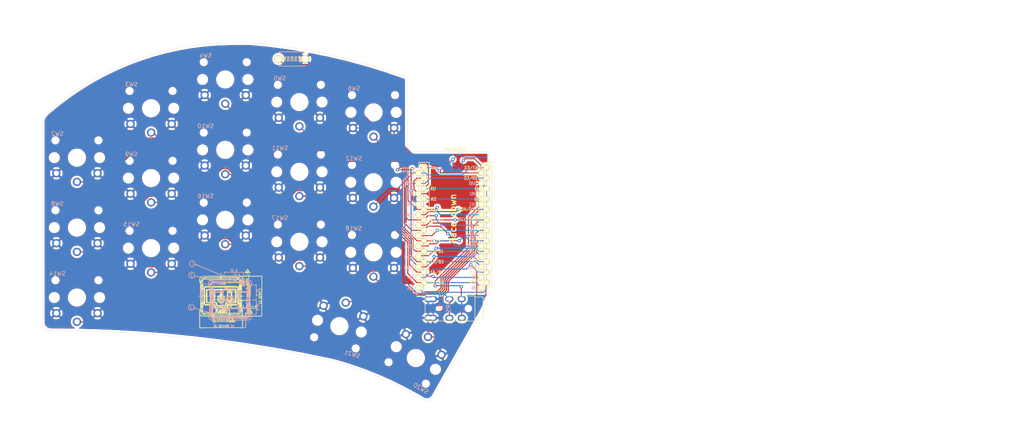
<source format=kicad_pcb>
(kicad_pcb (version 20171130) (host pcbnew "(5.1.10-1-10_14)")
  (layers (0 F.Cu signal) (31 B.Cu signal) (34 B.Paste user) (35 F.Paste user) (36 B.SilkS user) (37 F.SilkS user) (38 B.Mask user) (39 F.Mask user) (44 Edge.Cuts user))
  (net 0 "")
  (net 1 gnd)
  (net 2 vcc)
  (net 3 Switch18)
  (net 4 reset)
  (net 5 Switch1)
  (net 6 Switch2)
  (net 7 Switch3)
  (net 8 Switch4)
  (net 9 Switch5)
  (net 10 Switch6)
  (net 11 Switch7)
  (net 12 Switch8)
  (net 13 Switch9)
  (net 14 Switch10)
  (net 15 Switch11)
  (net 16 Switch12)
  (net 17 Switch13)
  (net 18 Switch14)
  (net 19 Switch15)
  (net 20 Switch16)
  (net 21 Switch17)
  (net 22 raw)
  (net 23 BT+_r)
  (module silkscreens:pg1232_bottom (layer B.Cu) (at 59.13 75.69 180)
    (fp_text reference REF** hide)
    (fp_text value silk_pg1232_bottom hide)
  )
  (module silkscreens:pg1232_top (layer F.Cu) (at 57.03 74.91)
    (fp_text reference REF** hide)
    (fp_text value silk_pg2132_top hide)
  )
  (module Kailh:TRRS-PJ-DPB2 (layer F.Cu) (at 118.618 77.67 270)
    (fp_text reference J2)
    (fp_text value AudioJack4dpb hide)
    (fp_text user TRRS (at -0.8255 6.4135 90) (layer B.SilkS) (effects (justify mirror)))
    (pad R1 thru_hole oval (at -2.33 6.22 90) (size 1.6 2) (drill oval 0.9 1.3) (layers *.Cu *.Mask) (net 3 Switch18))
    (pad R2 thru_hole oval (at -2.33 3.22 90) (size 1.6 2) (drill oval 0.9 1.3) (layers *.Cu *.Mask) (net 2 vcc))
    (pad T thru_hole oval (at -2.33 10.22 90) (size 1.6 2) (drill oval 0.9 1.3) (layers *.Cu *.Mask) (net 1 gnd))
    (pad S thru_hole oval (at 2.27 11.32 90) (size 1.6 2) (drill oval 0.9 1.3) (layers *.Cu *.Mask) (net 1 gnd))
    (pad S thru_hole oval (at -2.3 11.3 270) (size 1.6 2) (drill oval 0.9 1.3) (layers *.Cu *.Mask) (net 1 gnd))
    (pad T thru_hole oval (at 2.3 10.2 270) (size 1.6 2) (drill oval 0.9 1.3) (layers *.Cu *.Mask) (net 1 gnd))
    (pad R2 thru_hole oval (at 2.3 3.2 270) (size 1.6 2) (drill oval 0.9 1.3) (layers *.Cu *.Mask) (net 2 vcc))
    (pad "" np_thru_hole circle (at 0 8.6 270) (size 0.8 0.8) (drill 0.8) (layers *.Cu *.Mask))
    (pad "" np_thru_hole circle (at 0 1.6 270) (size 0.8 0.8) (drill 0.8) (layers *.Cu *.Mask))
    (pad R1 thru_hole oval (at 2.3 6.2 270) (size 1.6 2) (drill oval 0.9 1.3) (layers *.Cu *.Mask) (net 3 Switch18))
  )
  (module kbd:ResetSW (layer F.Cu) (at 74.168 17.018)
    (fp_text reference RSW1 hide)
    (fp_text value SW_Push)
    (fp_text user RESET (at 0 0) (layer F.SilkS))
    (fp_text user RESET (at 0.127 0) (layer B.SilkS) (effects (justify mirror)))
    (pad 2 thru_hole circle (at -3.25 0) (size 2 2) (drill 1.3) (layers *.Cu *.Mask F.SilkS) (net 4 reset))
    (pad 1 thru_hole circle (at 3.25 0) (size 2 2) (drill 1.3) (layers *.Cu *.Mask F.SilkS) (net 1 gnd))
  )
  (module Kailh:SW_PG1350_rev_DPB (layer F.Cu) (at 22 41)
    (fp_text reference SW2 hide)
    (fp_text value SW_Push hide)
    (fp_text user %R (at -4.76 -5.8) (layer B.SilkS) (effects (justify mirror)))
    (pad "" np_thru_hole circle (at -5.5 0) (size 1.7018 1.7018) (drill 1.7018) (layers *.Cu *.Mask))
    (pad "" np_thru_hole circle (at 5.5 0) (size 1.7018 1.7018) (drill 1.7018) (layers *.Cu *.Mask))
    (pad "" np_thru_hole circle (at 5.22 -4.2) (size 0.9906 0.9906) (drill 0.9906) (layers *.Cu *.Mask))
    (pad 1 thru_hole circle (at 0 5.9) (size 2.032 2.032) (drill 1.27) (layers *.Cu *.Mask) (net 5 Switch1))
    (pad 2 thru_hole circle (at -5 3.8) (size 2.032 2.032) (drill 1.27) (layers *.Cu *.Mask) (net 1 gnd))
    (pad "" np_thru_hole circle (at 0 0) (size 3.429 3.429) (drill 3.429) (layers *.Cu *.Mask))
    (pad 2 thru_hole circle (at 5 3.8) (size 2.032 2.032) (drill 1.27) (layers *.Cu *.Mask) (net 1 gnd))
    (pad "" np_thru_hole circle (at -5.22 -4.2) (size 0.9906 0.9906) (drill 0.9906) (layers *.Cu *.Mask))
  )
  (module Kailh:SW_PG1350_rev_DPB (layer F.Cu) (at 40 29)
    (fp_text reference SW3 hide)
    (fp_text value SW_Push hide)
    (fp_text user %R (at -4.76 -5.8) (layer B.SilkS) (effects (justify mirror)))
    (pad "" np_thru_hole circle (at -5.5 0) (size 1.7018 1.7018) (drill 1.7018) (layers *.Cu *.Mask))
    (pad "" np_thru_hole circle (at 5.5 0) (size 1.7018 1.7018) (drill 1.7018) (layers *.Cu *.Mask))
    (pad "" np_thru_hole circle (at 5.22 -4.2) (size 0.9906 0.9906) (drill 0.9906) (layers *.Cu *.Mask))
    (pad 1 thru_hole circle (at 0 5.9) (size 2.032 2.032) (drill 1.27) (layers *.Cu *.Mask) (net 6 Switch2))
    (pad 2 thru_hole circle (at -5 3.8) (size 2.032 2.032) (drill 1.27) (layers *.Cu *.Mask) (net 1 gnd))
    (pad "" np_thru_hole circle (at 0 0) (size 3.429 3.429) (drill 3.429) (layers *.Cu *.Mask))
    (pad 2 thru_hole circle (at 5 3.8) (size 2.032 2.032) (drill 1.27) (layers *.Cu *.Mask) (net 1 gnd))
    (pad "" np_thru_hole circle (at -5.22 -4.2) (size 0.9906 0.9906) (drill 0.9906) (layers *.Cu *.Mask))
  )
  (module Kailh:SW_PG1350_rev_DPB (layer F.Cu) (at 58 22)
    (fp_text reference SW4 hide)
    (fp_text value SW_Push hide)
    (fp_text user %R (at -4.76 -5.8) (layer B.SilkS) (effects (justify mirror)))
    (pad "" np_thru_hole circle (at -5.5 0) (size 1.7018 1.7018) (drill 1.7018) (layers *.Cu *.Mask))
    (pad "" np_thru_hole circle (at 5.5 0) (size 1.7018 1.7018) (drill 1.7018) (layers *.Cu *.Mask))
    (pad "" np_thru_hole circle (at 5.22 -4.2) (size 0.9906 0.9906) (drill 0.9906) (layers *.Cu *.Mask))
    (pad 1 thru_hole circle (at 0 5.9) (size 2.032 2.032) (drill 1.27) (layers *.Cu *.Mask) (net 7 Switch3))
    (pad 2 thru_hole circle (at -5 3.8) (size 2.032 2.032) (drill 1.27) (layers *.Cu *.Mask) (net 1 gnd))
    (pad "" np_thru_hole circle (at 0 0) (size 3.429 3.429) (drill 3.429) (layers *.Cu *.Mask))
    (pad 2 thru_hole circle (at 5 3.8) (size 2.032 2.032) (drill 1.27) (layers *.Cu *.Mask) (net 1 gnd))
    (pad "" np_thru_hole circle (at -5.22 -4.2) (size 0.9906 0.9906) (drill 0.9906) (layers *.Cu *.Mask))
  )
  (module Kailh:SW_PG1350_rev_DPB (layer F.Cu) (at 76 27.5)
    (fp_text reference SW5 hide)
    (fp_text value SW_Push hide)
    (fp_text user %R (at -4.76 -5.8) (layer B.SilkS) (effects (justify mirror)))
    (pad "" np_thru_hole circle (at -5.5 0) (size 1.7018 1.7018) (drill 1.7018) (layers *.Cu *.Mask))
    (pad "" np_thru_hole circle (at 5.5 0) (size 1.7018 1.7018) (drill 1.7018) (layers *.Cu *.Mask))
    (pad "" np_thru_hole circle (at 5.22 -4.2) (size 0.9906 0.9906) (drill 0.9906) (layers *.Cu *.Mask))
    (pad 1 thru_hole circle (at 0 5.9) (size 2.032 2.032) (drill 1.27) (layers *.Cu *.Mask) (net 8 Switch4))
    (pad 2 thru_hole circle (at -5 3.8) (size 2.032 2.032) (drill 1.27) (layers *.Cu *.Mask) (net 1 gnd))
    (pad "" np_thru_hole circle (at 0 0) (size 3.429 3.429) (drill 3.429) (layers *.Cu *.Mask))
    (pad 2 thru_hole circle (at 5 3.8) (size 2.032 2.032) (drill 1.27) (layers *.Cu *.Mask) (net 1 gnd))
    (pad "" np_thru_hole circle (at -5.22 -4.2) (size 0.9906 0.9906) (drill 0.9906) (layers *.Cu *.Mask))
  )
  (module Kailh:SW_PG1350_rev_DPB (layer F.Cu) (at 94 30)
    (fp_text reference SW6 hide)
    (fp_text value SW_Push hide)
    (fp_text user %R (at -4.76 -5.8) (layer B.SilkS) (effects (justify mirror)))
    (pad "" np_thru_hole circle (at -5.5 0) (size 1.7018 1.7018) (drill 1.7018) (layers *.Cu *.Mask))
    (pad "" np_thru_hole circle (at 5.5 0) (size 1.7018 1.7018) (drill 1.7018) (layers *.Cu *.Mask))
    (pad "" np_thru_hole circle (at 5.22 -4.2) (size 0.9906 0.9906) (drill 0.9906) (layers *.Cu *.Mask))
    (pad 1 thru_hole circle (at 0 5.9) (size 2.032 2.032) (drill 1.27) (layers *.Cu *.Mask) (net 9 Switch5))
    (pad 2 thru_hole circle (at -5 3.8) (size 2.032 2.032) (drill 1.27) (layers *.Cu *.Mask) (net 1 gnd))
    (pad "" np_thru_hole circle (at 0 0) (size 3.429 3.429) (drill 3.429) (layers *.Cu *.Mask))
    (pad 2 thru_hole circle (at 5 3.8) (size 2.032 2.032) (drill 1.27) (layers *.Cu *.Mask) (net 1 gnd))
    (pad "" np_thru_hole circle (at -5.22 -4.2) (size 0.9906 0.9906) (drill 0.9906) (layers *.Cu *.Mask))
  )
  (module Kailh:SW_PG1350_rev_DPB (layer F.Cu) (at 22 58)
    (fp_text reference SW8 hide)
    (fp_text value SW_Push hide)
    (fp_text user %R (at -4.76 -5.8) (layer B.SilkS) (effects (justify mirror)))
    (pad "" np_thru_hole circle (at -5.5 0) (size 1.7018 1.7018) (drill 1.7018) (layers *.Cu *.Mask))
    (pad "" np_thru_hole circle (at 5.5 0) (size 1.7018 1.7018) (drill 1.7018) (layers *.Cu *.Mask))
    (pad "" np_thru_hole circle (at 5.22 -4.2) (size 0.9906 0.9906) (drill 0.9906) (layers *.Cu *.Mask))
    (pad 1 thru_hole circle (at 0 5.9) (size 2.032 2.032) (drill 1.27) (layers *.Cu *.Mask) (net 10 Switch6))
    (pad 2 thru_hole circle (at -5 3.8) (size 2.032 2.032) (drill 1.27) (layers *.Cu *.Mask) (net 1 gnd))
    (pad "" np_thru_hole circle (at 0 0) (size 3.429 3.429) (drill 3.429) (layers *.Cu *.Mask))
    (pad 2 thru_hole circle (at 5 3.8) (size 2.032 2.032) (drill 1.27) (layers *.Cu *.Mask) (net 1 gnd))
    (pad "" np_thru_hole circle (at -5.22 -4.2) (size 0.9906 0.9906) (drill 0.9906) (layers *.Cu *.Mask))
  )
  (module Kailh:SW_PG1350_rev_DPB (layer F.Cu) (at 40 45.974)
    (fp_text reference SW9 hide)
    (fp_text value SW_Push hide)
    (fp_text user %R (at -4.76 -5.8) (layer B.SilkS) (effects (justify mirror)))
    (pad "" np_thru_hole circle (at -5.5 0) (size 1.7018 1.7018) (drill 1.7018) (layers *.Cu *.Mask))
    (pad "" np_thru_hole circle (at 5.5 0) (size 1.7018 1.7018) (drill 1.7018) (layers *.Cu *.Mask))
    (pad "" np_thru_hole circle (at 5.22 -4.2) (size 0.9906 0.9906) (drill 0.9906) (layers *.Cu *.Mask))
    (pad 1 thru_hole circle (at 0 5.9) (size 2.032 2.032) (drill 1.27) (layers *.Cu *.Mask) (net 11 Switch7))
    (pad 2 thru_hole circle (at -5 3.8) (size 2.032 2.032) (drill 1.27) (layers *.Cu *.Mask) (net 1 gnd))
    (pad "" np_thru_hole circle (at 0 0) (size 3.429 3.429) (drill 3.429) (layers *.Cu *.Mask))
    (pad 2 thru_hole circle (at 5 3.8) (size 2.032 2.032) (drill 1.27) (layers *.Cu *.Mask) (net 1 gnd))
    (pad "" np_thru_hole circle (at -5.22 -4.2) (size 0.9906 0.9906) (drill 0.9906) (layers *.Cu *.Mask))
  )
  (module Kailh:SW_PG1350_rev_DPB (layer F.Cu) (at 76 44.45)
    (fp_text reference SW11 hide)
    (fp_text value SW_Push hide)
    (fp_text user %R (at -4.76 -5.8) (layer B.SilkS) (effects (justify mirror)))
    (pad "" np_thru_hole circle (at -5.5 0) (size 1.7018 1.7018) (drill 1.7018) (layers *.Cu *.Mask))
    (pad "" np_thru_hole circle (at 5.5 0) (size 1.7018 1.7018) (drill 1.7018) (layers *.Cu *.Mask))
    (pad "" np_thru_hole circle (at 5.22 -4.2) (size 0.9906 0.9906) (drill 0.9906) (layers *.Cu *.Mask))
    (pad 1 thru_hole circle (at 0 5.9) (size 2.032 2.032) (drill 1.27) (layers *.Cu *.Mask) (net 13 Switch9))
    (pad 2 thru_hole circle (at -5 3.8) (size 2.032 2.032) (drill 1.27) (layers *.Cu *.Mask) (net 1 gnd))
    (pad "" np_thru_hole circle (at 0 0) (size 3.429 3.429) (drill 3.429) (layers *.Cu *.Mask))
    (pad 2 thru_hole circle (at 5 3.8) (size 2.032 2.032) (drill 1.27) (layers *.Cu *.Mask) (net 1 gnd))
    (pad "" np_thru_hole circle (at -5.22 -4.2) (size 0.9906 0.9906) (drill 0.9906) (layers *.Cu *.Mask))
  )
  (module Kailh:SW_PG1350_rev_DPB (layer F.Cu) (at 93.98 46.99)
    (fp_text reference SW12 hide)
    (fp_text value SW_Push hide)
    (fp_text user %R (at -4.76 -5.8) (layer B.SilkS) (effects (justify mirror)))
    (pad "" np_thru_hole circle (at -5.5 0) (size 1.7018 1.7018) (drill 1.7018) (layers *.Cu *.Mask))
    (pad "" np_thru_hole circle (at 5.5 0) (size 1.7018 1.7018) (drill 1.7018) (layers *.Cu *.Mask))
    (pad "" np_thru_hole circle (at 5.22 -4.2) (size 0.9906 0.9906) (drill 0.9906) (layers *.Cu *.Mask))
    (pad 1 thru_hole circle (at 0 5.9) (size 2.032 2.032) (drill 1.27) (layers *.Cu *.Mask) (net 14 Switch10))
    (pad 2 thru_hole circle (at -5 3.8) (size 2.032 2.032) (drill 1.27) (layers *.Cu *.Mask) (net 1 gnd))
    (pad "" np_thru_hole circle (at 0 0) (size 3.429 3.429) (drill 3.429) (layers *.Cu *.Mask))
    (pad 2 thru_hole circle (at 5 3.8) (size 2.032 2.032) (drill 1.27) (layers *.Cu *.Mask) (net 1 gnd))
    (pad "" np_thru_hole circle (at -5.22 -4.2) (size 0.9906 0.9906) (drill 0.9906) (layers *.Cu *.Mask))
  )
  (module Kailh:SW_PG1350_rev_DPB (layer F.Cu) (at 22 75)
    (fp_text reference SW14 hide)
    (fp_text value SW_Push hide)
    (fp_text user %R (at -4.76 -5.8) (layer B.SilkS) (effects (justify mirror)))
    (pad "" np_thru_hole circle (at -5.5 0) (size 1.7018 1.7018) (drill 1.7018) (layers *.Cu *.Mask))
    (pad "" np_thru_hole circle (at 5.5 0) (size 1.7018 1.7018) (drill 1.7018) (layers *.Cu *.Mask))
    (pad "" np_thru_hole circle (at 5.22 -4.2) (size 0.9906 0.9906) (drill 0.9906) (layers *.Cu *.Mask))
    (pad 1 thru_hole circle (at 0 5.9) (size 2.032 2.032) (drill 1.27) (layers *.Cu *.Mask) (net 15 Switch11))
    (pad 2 thru_hole circle (at -5 3.8) (size 2.032 2.032) (drill 1.27) (layers *.Cu *.Mask) (net 1 gnd))
    (pad "" np_thru_hole circle (at 0 0) (size 3.429 3.429) (drill 3.429) (layers *.Cu *.Mask))
    (pad 2 thru_hole circle (at 5 3.8) (size 2.032 2.032) (drill 1.27) (layers *.Cu *.Mask) (net 1 gnd))
    (pad "" np_thru_hole circle (at -5.22 -4.2) (size 0.9906 0.9906) (drill 0.9906) (layers *.Cu *.Mask))
  )
  (module Kailh:SW_PG1350_rev_DPB (layer F.Cu) (at 40 62.992)
    (fp_text reference SW15 hide)
    (fp_text value SW_Push hide)
    (fp_text user %R (at -4.76 -5.8) (layer B.SilkS) (effects (justify mirror)))
    (pad "" np_thru_hole circle (at -5.5 0) (size 1.7018 1.7018) (drill 1.7018) (layers *.Cu *.Mask))
    (pad "" np_thru_hole circle (at 5.5 0) (size 1.7018 1.7018) (drill 1.7018) (layers *.Cu *.Mask))
    (pad "" np_thru_hole circle (at 5.22 -4.2) (size 0.9906 0.9906) (drill 0.9906) (layers *.Cu *.Mask))
    (pad 1 thru_hole circle (at 0 5.9) (size 2.032 2.032) (drill 1.27) (layers *.Cu *.Mask) (net 16 Switch12))
    (pad 2 thru_hole circle (at -5 3.8) (size 2.032 2.032) (drill 1.27) (layers *.Cu *.Mask) (net 1 gnd))
    (pad "" np_thru_hole circle (at 0 0) (size 3.429 3.429) (drill 3.429) (layers *.Cu *.Mask))
    (pad 2 thru_hole circle (at 5 3.8) (size 2.032 2.032) (drill 1.27) (layers *.Cu *.Mask) (net 1 gnd))
    (pad "" np_thru_hole circle (at -5.22 -4.2) (size 0.9906 0.9906) (drill 0.9906) (layers *.Cu *.Mask))
  )
  (module Kailh:SW_PG1350_rev_DPB (layer F.Cu) (at 58 56.134)
    (fp_text reference SW16 hide)
    (fp_text value SW_Push hide)
    (fp_text user %R (at -4.76 -5.8) (layer B.SilkS) (effects (justify mirror)))
    (pad "" np_thru_hole circle (at -5.5 0) (size 1.7018 1.7018) (drill 1.7018) (layers *.Cu *.Mask))
    (pad "" np_thru_hole circle (at 5.5 0) (size 1.7018 1.7018) (drill 1.7018) (layers *.Cu *.Mask))
    (pad "" np_thru_hole circle (at 5.22 -4.2) (size 0.9906 0.9906) (drill 0.9906) (layers *.Cu *.Mask))
    (pad 1 thru_hole circle (at 0 5.9) (size 2.032 2.032) (drill 1.27) (layers *.Cu *.Mask) (net 17 Switch13))
    (pad 2 thru_hole circle (at -5 3.8) (size 2.032 2.032) (drill 1.27) (layers *.Cu *.Mask) (net 1 gnd))
    (pad "" np_thru_hole circle (at 0 0) (size 3.429 3.429) (drill 3.429) (layers *.Cu *.Mask))
    (pad 2 thru_hole circle (at 5 3.8) (size 2.032 2.032) (drill 1.27) (layers *.Cu *.Mask) (net 1 gnd))
    (pad "" np_thru_hole circle (at -5.22 -4.2) (size 0.9906 0.9906) (drill 0.9906) (layers *.Cu *.Mask))
  )
  (module Kailh:SW_PG1350_rev_DPB (layer F.Cu) (at 76 61.468)
    (fp_text reference SW17 hide)
    (fp_text value SW_Push hide)
    (fp_text user %R (at -4.76 -5.8) (layer B.SilkS) (effects (justify mirror)))
    (pad "" np_thru_hole circle (at -5.5 0) (size 1.7018 1.7018) (drill 1.7018) (layers *.Cu *.Mask))
    (pad "" np_thru_hole circle (at 5.5 0) (size 1.7018 1.7018) (drill 1.7018) (layers *.Cu *.Mask))
    (pad "" np_thru_hole circle (at 5.22 -4.2) (size 0.9906 0.9906) (drill 0.9906) (layers *.Cu *.Mask))
    (pad 1 thru_hole circle (at 0 5.9) (size 2.032 2.032) (drill 1.27) (layers *.Cu *.Mask) (net 18 Switch14))
    (pad 2 thru_hole circle (at -5 3.8) (size 2.032 2.032) (drill 1.27) (layers *.Cu *.Mask) (net 1 gnd))
    (pad "" np_thru_hole circle (at 0 0) (size 3.429 3.429) (drill 3.429) (layers *.Cu *.Mask))
    (pad 2 thru_hole circle (at 5 3.8) (size 2.032 2.032) (drill 1.27) (layers *.Cu *.Mask) (net 1 gnd))
    (pad "" np_thru_hole circle (at -5.22 -4.2) (size 0.9906 0.9906) (drill 0.9906) (layers *.Cu *.Mask))
  )
  (module Kailh:SW_PG1350_rev_DPB (layer F.Cu) (at 104.276 89.7 150)
    (fp_text reference SW20 hide)
    (fp_text value SW_Push hide)
    (fp_text user %R (at -4.76 -5.8 150) (layer B.SilkS) (effects (justify mirror)))
    (pad "" np_thru_hole circle (at -5.5 0 150) (size 1.7018 1.7018) (drill 1.7018) (layers *.Cu *.Mask))
    (pad "" np_thru_hole circle (at 5.5 0 150) (size 1.7018 1.7018) (drill 1.7018) (layers *.Cu *.Mask))
    (pad "" np_thru_hole circle (at 5.22 -4.2 150) (size 0.9906 0.9906) (drill 0.9906) (layers *.Cu *.Mask))
    (pad 1 thru_hole circle (at 0 5.9 150) (size 2.032 2.032) (drill 1.27) (layers *.Cu *.Mask) (net 21 Switch17))
    (pad 2 thru_hole circle (at -5 3.8 150) (size 2.032 2.032) (drill 1.27) (layers *.Cu *.Mask) (net 1 gnd))
    (pad "" np_thru_hole circle (at 0 0 150) (size 3.429 3.429) (drill 3.429) (layers *.Cu *.Mask))
    (pad 2 thru_hole circle (at 5 3.8 150) (size 2.032 2.032) (drill 1.27) (layers *.Cu *.Mask) (net 1 gnd))
    (pad "" np_thru_hole circle (at -5.22 -4.2 150) (size 0.9906 0.9906) (drill 0.9906) (layers *.Cu *.Mask))
  )
  (module Kailh:SW_PG1350_rev_DPB (layer F.Cu) (at 85.716 81.95 165)
    (fp_text reference SW21 hide)
    (fp_text value SW_Push hide)
    (fp_text user %R (at -4.759999 -5.8 165) (layer B.SilkS) (effects (justify mirror)))
    (pad "" np_thru_hole circle (at -5.5 0 165) (size 1.7018 1.7018) (drill 1.7018) (layers *.Cu *.Mask))
    (pad "" np_thru_hole circle (at 5.5 0 165) (size 1.7018 1.7018) (drill 1.7018) (layers *.Cu *.Mask))
    (pad "" np_thru_hole circle (at 5.22 -4.2 165) (size 0.9906 0.9906) (drill 0.9906) (layers *.Cu *.Mask))
    (pad 1 thru_hole circle (at 0 5.9 165) (size 2.032 2.032) (drill 1.27) (layers *.Cu *.Mask) (net 20 Switch16))
    (pad 2 thru_hole circle (at -5 3.8 165) (size 2.032 2.032) (drill 1.27) (layers *.Cu *.Mask) (net 1 gnd))
    (pad "" np_thru_hole circle (at 0 0 165) (size 3.429 3.429) (drill 3.429) (layers *.Cu *.Mask))
    (pad 2 thru_hole circle (at 5 3.8 165) (size 2.032 2.032) (drill 1.27) (layers *.Cu *.Mask) (net 1 gnd))
    (pad "" np_thru_hole circle (at -5.22 -4.2 165) (size 0.9906 0.9906) (drill 0.9906) (layers *.Cu *.Mask))
  )
  (module Kailh:SW_PG1350_rev_DPB (layer F.Cu) (at 93.98 64.008)
    (fp_text reference SW18 hide)
    (fp_text value SW_Push hide)
    (fp_text user %R (at -4.76 -5.8) (layer B.SilkS) (effects (justify mirror)))
    (pad "" np_thru_hole circle (at -5.5 0) (size 1.7018 1.7018) (drill 1.7018) (layers *.Cu *.Mask))
    (pad "" np_thru_hole circle (at 5.5 0) (size 1.7018 1.7018) (drill 1.7018) (layers *.Cu *.Mask))
    (pad "" np_thru_hole circle (at 5.22 -4.2) (size 0.9906 0.9906) (drill 0.9906) (layers *.Cu *.Mask))
    (pad 1 thru_hole circle (at 0 5.9) (size 2.032 2.032) (drill 1.27) (layers *.Cu *.Mask) (net 19 Switch15))
    (pad 2 thru_hole circle (at -5 3.8) (size 2.032 2.032) (drill 1.27) (layers *.Cu *.Mask) (net 1 gnd))
    (pad "" np_thru_hole circle (at 0 0) (size 3.429 3.429) (drill 3.429) (layers *.Cu *.Mask))
    (pad 2 thru_hole circle (at 5 3.8) (size 2.032 2.032) (drill 1.27) (layers *.Cu *.Mask) (net 1 gnd))
    (pad "" np_thru_hole circle (at -5.22 -4.2) (size 0.9906 0.9906) (drill 0.9906) (layers *.Cu *.Mask))
  )
  (module kbd:ProMicro_v2 (layer F.Cu) (at 113.792 57.912)
    (fp_text reference U1 hide)
    (fp_text value ProMicro-kbd hide)
    (fp_text user MicroUSB (at -0.05 -18.95) (layer F.SilkS) (effects (font (size 0.75 0.75) (thickness 0.12))))
    (fp_text user B4/8 (at 4.705 10.8 unlocked) (layer F.SilkS) (effects (font (size 0.75 0.67) (thickness 0.125))))
    (fp_text user D2/RX1 (at 4.155 -11.9 unlocked) (layer F.SilkS) (effects (font (size 0.75 0.67) (thickness 0.125))))
    (fp_text user B5/9 (at 4.705 13.3 unlocked) (layer F.SilkS) (effects (font (size 0.75 0.67) (thickness 0.125))))
    (fp_text user C6/5 (at 4.705 3.15 unlocked) (layer F.SilkS) (effects (font (size 0.75 0.67) (thickness 0.125))))
    (fp_text user SCL/D0/3 (at 3.455 -1.9 unlocked) (layer F.SilkS) (effects (font (size 0.75 0.67) (thickness 0.125))))
    (fp_text user SDA/D1/2 (at 3.455 -4.4 unlocked) (layer F.SilkS) (effects (font (size 0.75 0.67) (thickness 0.125))))
    (fp_text user D4/4 (at 4.705 0.6 unlocked) (layer F.SilkS) (effects (font (size 0.75 0.67) (thickness 0.125))))
    (fp_text user D3/TX0 (at 4.155 -14.45 unlocked) (layer F.SilkS) (effects (font (size 0.75 0.67) (thickness 0.125))))
    (fp_text user D7/6 (at 4.705 5.7 unlocked) (layer F.SilkS) (effects (font (size 0.75 0.67) (thickness 0.125))))
    (fp_text user E6/7 (at 4.705 8.25 unlocked) (layer F.SilkS) (effects (font (size 0.75 0.67) (thickness 0.125))))
    (fp_text user 16/B2 (at -4.395 10.95 unlocked) (layer F.SilkS) (effects (font (size 0.75 0.67) (thickness 0.125))))
    (fp_text user 10/B6 (at -4.395 13.45 unlocked) (layer F.SilkS) (effects (font (size 0.75 0.67) (thickness 0.125))))
    (fp_text user 14/B3 (at -4.395 8.4 unlocked) (layer F.SilkS) (effects (font (size 0.75 0.67) (thickness 0.125))))
    (fp_text user 15/B1 (at -4.395 5.85 unlocked) (layer F.SilkS) (effects (font (size 0.75 0.67) (thickness 0.125))))
    (fp_text user A0/F7 (at -4.395 3.3 unlocked) (layer F.SilkS) (effects (font (size 0.75 0.67) (thickness 0.125))))
    (fp_text user A1/F6 (at -4.395 0.75 unlocked) (layer F.SilkS) (effects (font (size 0.75 0.67) (thickness 0.125))))
    (fp_text user A2/F5 (at -4.395 -1.75 unlocked) (layer F.SilkS) (effects (font (size 0.75 0.67) (thickness 0.125))))
    (fp_text user A3/F4 (at -4.395 -4.25 unlocked) (layer F.SilkS) (effects (font (size 0.75 0.67) (thickness 0.125))))
    (fp_text user "" (at -0.5 -17.25) (layer F.SilkS))
    (fp_text user "" (at -1.2065 -16.256) (layer B.SilkS) (effects (justify mirror)))
    (fp_text user RAW (at -5.192 -14.412) (layer F.SilkS) (effects (font (size 0.75 0.5) (thickness 0.125))))
    (fp_text user RST (at -5.292 -9.312) (layer F.SilkS) (effects (font (size 0.75 0.5) (thickness 0.125))))
    (fp_text user GND (at 5.5245 -9.3345) (layer F.SilkS) (effects (font (size 0.75 0.5) (thickness 0.125))))
    (fp_text user VCC (at -5.192 -6.812) (layer F.SilkS) (effects (font (size 0.75 0.5) (thickness 0.125))))
    (fp_text user GND (at 5.461 -6.7945) (layer F.SilkS) (effects (font (size 0.75 0.5) (thickness 0.125))))
    (fp_text user ROW1 (at -11.3 4.6355) (layer B.SilkS) (effects (font (size 0.75 0.5) (thickness 0.125)) (justify mirror)))
    (fp_text user COL4 (at 3.95 7.112) (layer B.SilkS) (effects (font (size 0.75 0.5) (thickness 0.125)) (justify mirror)))
    (fp_text user ROW2 (at -11.3 7.239) (layer B.SilkS) (effects (font (size 0.75 0.5) (thickness 0.125)) (justify mirror)))
    (fp_text user COL5 (at 4 9.75) (layer B.SilkS) (effects (font (size 0.75 0.5) (thickness 0.125)) (justify mirror)))
    (fp_text user ROW3 (at -11.3 9.75) (layer B.SilkS) (effects (font (size 0.75 0.5) (thickness 0.125)) (justify mirror)))
    (fp_text user B2 (at 4.5085 12.1285) (layer B.SilkS) (effects (font (size 0.75 0.5) (thickness 0.125)) (justify mirror)))
    (fp_text user B4 (at -11.049 12.2555) (layer B.SilkS) (effects (font (size 0.75 0.5) (thickness 0.125)) (justify mirror)))
    (fp_text user B5 (at -11.049 14.7955) (layer B.SilkS) (effects (font (size 0.75 0.5) (thickness 0.125)) (justify mirror)))
    (fp_text user B6 (at 4.445 14.732) (layer B.SilkS) (effects (font (size 0.75 0.5) (thickness 0.125)) (justify mirror)))
    (fp_text user COL0 (at 4 -2.95) (layer B.SilkS) (effects (font (size 0.75 0.5) (thickness 0.125)) (justify mirror)))
    (fp_text user SDA (at -11.049 -2.9845) (layer B.SilkS) (effects (font (size 0.75 0.5) (thickness 0.125)) (justify mirror)))
    (fp_text user COL1 (at 4 -0.4445) (layer B.SilkS) (effects (font (size 0.75 0.5) (thickness 0.125)) (justify mirror)))
    (fp_text user SCL (at -11.049 -0.4445) (layer B.SilkS) (effects (font (size 0.75 0.5) (thickness 0.125)) (justify mirror)))
    (fp_text user COL2 (at 4 2.1) (layer B.SilkS) (effects (font (size 0.75 0.5) (thickness 0.125)) (justify mirror)))
    (fp_text user ROW0 (at -11.3 2.032) (layer B.SilkS) (effects (font (size 0.75 0.5) (thickness 0.125)) (justify mirror)))
    (fp_text user COL3 (at 4 4.6) (layer B.SilkS) (effects (font (size 0.75 0.5) (thickness 0.125)) (justify mirror)))
    (fp_text user GND (at -11.049 -5.5245) (layer B.SilkS) (effects (font (size 0.75 0.5) (thickness 0.125)) (justify mirror)))
    (fp_text user VCC (at 4.1275 -5.5245) (layer B.SilkS) (effects (font (size 0.75 0.5) (thickness 0.125)) (justify mirror)))
    (fp_text user GND (at -11.049 -8.0645) (layer B.SilkS) (effects (font (size 0.75 0.5) (thickness 0.125)) (justify mirror)))
    (fp_text user RST (at 4.191 -8.0645) (layer B.SilkS) (effects (font (size 0.75 0.5) (thickness 0.125)) (justify mirror)))
    (fp_text user DATA (at -11.2 -10.5) (layer B.SilkS) (effects (font (size 0.75 0.5) (thickness 0.125)) (justify mirror)))
    (fp_text user GND (at 4.1275 -10.668) (layer B.SilkS) (effects (font (size 0.75 0.5) (thickness 0.125)) (justify mirror)))
    (fp_text user LED (at -11.049 -13.1445) (layer B.SilkS) (effects (font (size 0.75 0.5) (thickness 0.125)) (justify mirror)))
    (fp_text user RAW (at 4.191 -13.1445) (layer B.SilkS) (effects (font (size 0.75 0.5) (thickness 0.125)) (justify mirror)))
    (pad 24 thru_hole circle (at 6.35 -13.208) (size 1.524 1.524) (drill 0.8128) (layers *.Cu *.Mask F.SilkS) (net 22 raw))
    (pad 23 thru_hole circle (at 6.35 -10.668) (size 1.524 1.524) (drill 0.8128) (layers *.Cu *.Mask F.SilkS) (net 1 gnd))
    (pad 22 thru_hole circle (at 6.35 -8.128) (size 1.524 1.524) (drill 0.8128) (layers *.Cu *.Mask F.SilkS) (net 4 reset))
    (pad 21 thru_hole circle (at 6.35 -5.588) (size 1.524 1.524) (drill 0.8128) (layers *.Cu *.Mask F.SilkS) (net 2 vcc))
    (pad 20 thru_hole circle (at 6.35 -3.048) (size 1.524 1.524) (drill 0.8128) (layers *.Cu *.Mask F.SilkS) (net 9 Switch5))
    (pad 19 thru_hole circle (at 6.35 -0.508) (size 1.524 1.524) (drill 0.8128) (layers *.Cu *.Mask F.SilkS) (net 8 Switch4))
    (pad 18 thru_hole circle (at 6.35 2.032) (size 1.524 1.524) (drill 0.8128) (layers *.Cu *.Mask F.SilkS) (net 7 Switch3))
    (pad 17 thru_hole circle (at 6.35 4.572) (size 1.524 1.524) (drill 0.8128) (layers *.Cu *.Mask F.SilkS) (net 6 Switch2))
    (pad 16 thru_hole circle (at 6.35 7.112) (size 1.524 1.524) (drill 0.8128) (layers *.Cu *.Mask F.SilkS) (net 10 Switch6))
    (pad 15 thru_hole circle (at 6.35 9.652) (size 1.524 1.524) (drill 0.8128) (layers *.Cu *.Mask F.SilkS) (net 11 Switch7))
    (pad 14 thru_hole circle (at 6.35 12.192) (size 1.524 1.524) (drill 0.8128) (layers *.Cu *.Mask F.SilkS) (net 12 Switch8))
    (pad 13 thru_hole circle (at 6.35 14.732) (size 1.524 1.524) (drill 0.8128) (layers *.Cu *.Mask F.SilkS) (net 13 Switch9))
    (pad 12 thru_hole circle (at -8.89 14.732) (size 1.524 1.524) (drill 0.8128) (layers *.Cu *.Mask F.SilkS) (net 21 Switch17))
    (pad 11 thru_hole circle (at -8.89 12.192) (size 1.524 1.524) (drill 0.8128) (layers *.Cu *.Mask F.SilkS) (net 20 Switch16))
    (pad 10 thru_hole circle (at -8.89 9.652) (size 1.524 1.524) (drill 0.8128) (layers *.Cu *.Mask F.SilkS) (net 5 Switch1))
    (pad 9 thru_hole circle (at -8.89 7.112) (size 1.524 1.524) (drill 0.8128) (layers *.Cu *.Mask F.SilkS) (net 19 Switch15))
    (pad 8 thru_hole circle (at -8.89 4.572) (size 1.524 1.524) (drill 0.8128) (layers *.Cu *.Mask F.SilkS) (net 18 Switch14))
    (pad 7 thru_hole circle (at -8.89 2.032) (size 1.524 1.524) (drill 0.8128) (layers *.Cu *.Mask F.SilkS) (net 17 Switch13))
    (pad 6 thru_hole circle (at -8.89 -0.508) (size 1.524 1.524) (drill 0.8128) (layers *.Cu *.Mask F.SilkS) (net 16 Switch12))
    (pad 5 thru_hole circle (at -8.89 -3.048) (size 1.524 1.524) (drill 0.8128) (layers *.Cu *.Mask F.SilkS) (net 15 Switch11))
    (pad 4 thru_hole circle (at -8.89 -5.588) (size 1.524 1.524) (drill 0.8128) (layers *.Cu *.Mask F.SilkS) (net 1 gnd))
    (pad 3 thru_hole circle (at -8.89 -8.128) (size 1.524 1.524) (drill 0.8128) (layers *.Cu *.Mask F.SilkS) (net 1 gnd))
    (pad 2 thru_hole circle (at -8.89 -10.668) (size 1.524 1.524) (drill 0.8128) (layers *.Cu *.Mask F.SilkS) (net 3 Switch18))
    (pad 1 thru_hole circle (at -8.89 -13.208) (size 1.524 1.524) (drill 0.8128) (layers *.Cu *.Mask F.SilkS) (net 14 Switch10))
    (pad 1 thru_hole circle (at 7.6564 -14.478) (size 1.524 1.524) (drill 0.8128) (layers *.Cu *.Mask F.SilkS) (net 14 Switch10))
    (pad 2 thru_hole circle (at 7.6564 -11.938) (size 1.524 1.524) (drill 0.8128) (layers *.Cu *.Mask F.SilkS) (net 3 Switch18))
    (pad 3 thru_hole circle (at 7.6564 -9.398) (size 1.524 1.524) (drill 0.8128) (layers *.Cu *.Mask F.SilkS) (net 1 gnd))
    (pad 4 thru_hole circle (at 7.6564 -6.858) (size 1.524 1.524) (drill 0.8128) (layers *.Cu *.Mask F.SilkS) (net 1 gnd))
    (pad 5 thru_hole circle (at 7.6564 -4.318) (size 1.524 1.524) (drill 0.8128) (layers *.Cu *.Mask F.SilkS) (net 15 Switch11))
    (pad 6 thru_hole circle (at 7.6564 -1.778) (size 1.524 1.524) (drill 0.8128) (layers *.Cu *.Mask F.SilkS) (net 16 Switch12))
    (pad 7 thru_hole circle (at 7.6564 0.762) (size 1.524 1.524) (drill 0.8128) (layers *.Cu *.Mask F.SilkS) (net 17 Switch13))
    (pad 8 thru_hole circle (at 7.6564 3.302) (size 1.524 1.524) (drill 0.8128) (layers *.Cu *.Mask F.SilkS) (net 18 Switch14))
    (pad 9 thru_hole circle (at 7.6564 5.842) (size 1.524 1.524) (drill 0.8128) (layers *.Cu *.Mask F.SilkS) (net 19 Switch15))
    (pad 10 thru_hole circle (at 7.6564 8.382) (size 1.524 1.524) (drill 0.8128) (layers *.Cu *.Mask F.SilkS) (net 5 Switch1))
    (pad 11 thru_hole circle (at 7.6564 10.922) (size 1.524 1.524) (drill 0.8128) (layers *.Cu *.Mask F.SilkS) (net 20 Switch16))
    (pad 12 thru_hole circle (at 7.6564 13.462) (size 1.524 1.524) (drill 0.8128) (layers *.Cu *.Mask F.SilkS) (net 21 Switch17))
    (pad 13 thru_hole circle (at -7.5636 13.462) (size 1.524 1.524) (drill 0.8128) (layers *.Cu *.Mask F.SilkS) (net 13 Switch9))
    (pad 14 thru_hole circle (at -7.5636 10.922) (size 1.524 1.524) (drill 0.8128) (layers *.Cu *.Mask F.SilkS) (net 12 Switch8))
    (pad 15 thru_hole circle (at -7.5636 8.382) (size 1.524 1.524) (drill 0.8128) (layers *.Cu *.Mask F.SilkS) (net 11 Switch7))
    (pad 16 thru_hole circle (at -7.5636 5.842) (size 1.524 1.524) (drill 0.8128) (layers *.Cu *.Mask F.SilkS) (net 10 Switch6))
    (pad 17 thru_hole circle (at -7.5636 3.302) (size 1.524 1.524) (drill 0.8128) (layers *.Cu *.Mask F.SilkS) (net 6 Switch2))
    (pad 18 thru_hole circle (at -7.5636 0.762) (size 1.524 1.524) (drill 0.8128) (layers *.Cu *.Mask F.SilkS) (net 7 Switch3))
    (pad 19 thru_hole circle (at -7.5636 -1.778) (size 1.524 1.524) (drill 0.8128) (layers *.Cu *.Mask F.SilkS) (net 8 Switch4))
    (pad 20 thru_hole circle (at -7.5636 -4.318) (size 1.524 1.524) (drill 0.8128) (layers *.Cu *.Mask F.SilkS) (net 9 Switch5))
    (pad 21 thru_hole circle (at -7.5636 -6.858) (size 1.524 1.524) (drill 0.8128) (layers *.Cu *.Mask F.SilkS) (net 2 vcc))
    (pad 22 thru_hole circle (at -7.5636 -9.398) (size 1.524 1.524) (drill 0.8128) (layers *.Cu *.Mask F.SilkS) (net 4 reset))
    (pad 23 thru_hole circle (at -7.5636 -11.938) (size 1.524 1.524) (drill 0.8128) (layers *.Cu *.Mask F.SilkS) (net 1 gnd))
    (pad 24 thru_hole circle (at -7.5636 -14.478) (size 1.524 1.524) (drill 0.8128) (layers *.Cu *.Mask F.SilkS) (net 22 raw))
  )
  (module Kailh:SW_PG1350_rev_DPB (layer F.Cu) (at 58 39.116)
    (fp_text reference SW10 hide)
    (fp_text value SW_Push hide)
    (fp_text user %R (at -4.76 -5.8) (layer B.SilkS) (effects (justify mirror)))
    (pad "" np_thru_hole circle (at -5.5 0) (size 1.7018 1.7018) (drill 1.7018) (layers *.Cu *.Mask))
    (pad "" np_thru_hole circle (at 5.5 0) (size 1.7018 1.7018) (drill 1.7018) (layers *.Cu *.Mask))
    (pad "" np_thru_hole circle (at 5.22 -4.2) (size 0.9906 0.9906) (drill 0.9906) (layers *.Cu *.Mask))
    (pad 1 thru_hole circle (at 0 5.9) (size 2.032 2.032) (drill 1.27) (layers *.Cu *.Mask) (net 12 Switch8))
    (pad 2 thru_hole circle (at -5 3.8) (size 2.032 2.032) (drill 1.27) (layers *.Cu *.Mask) (net 1 gnd))
    (pad "" np_thru_hole circle (at 0 0) (size 3.429 3.429) (drill 3.429) (layers *.Cu *.Mask))
    (pad 2 thru_hole circle (at 5 3.8) (size 2.032 2.032) (drill 1.27) (layers *.Cu *.Mask) (net 1 gnd))
    (pad "" np_thru_hole circle (at -5.22 -4.2) (size 0.9906 0.9906) (drill 0.9906) (layers *.Cu *.Mask))
  )
  (gr_text "Face down" (at 113.3 55.8 90) (layer F.SilkS) (effects (font (size 1.5 1.5) (thickness 0.3))))
  (gr_line (start 122.174 64.77) (end 122.142696 70.90785) (layer Edge.Cuts) (width 0.05))
  (gr_line (start 122.162 57.404) (end 122.174 64.77) (layer Edge.Cuts) (width 0.05))
  (gr_line (start 64.211777 13.120679) (end 60.010389 13.126139) (layer Edge.Cuts) (width 0.05))
  (gr_arc (start 105.368844 70.777901) (end 120.396 78.232) (angle -25.93946986) (layer Edge.Cuts) (width 0.05))
  (gr_line (start 120.396 78.232) (end 108.59 99.069265) (layer Edge.Cuts) (width 0.05))
  (gr_arc (start 60.010389 81.856139) (end 60.010389 13.126139) (angle -40.87028694) (layer Edge.Cuts) (width 0.05))
  (gr_line (start 104.177002 39.534917) (end 121.412 39.532) (layer Edge.Cuts) (width 0.05))
  (gr_line (start 102.142001 37.603999) (end 102.142045 22.057419) (layer Edge.Cuts) (width 0.05))
  (gr_line (start 122.162 40.282) (end 122.162 57.404) (layer Edge.Cuts) (width 0.05))
  (gr_arc (start 15.628253 81.018608) (end 13.650254 81.165024) (angle -87.49275882) (layer Edge.Cuts) (width 0.05))
  (gr_arc (start 15.109962 406.957453) (end 84.329134 90.481946) (angle -12.23515303) (layer Edge.Cuts) (width 0.05))
  (gr_arc (start 106.928 98.018) (end 105.858 99.668) (angle -90.64821197) (layer Edge.Cuts) (width 0.05))
  (gr_arc (start 52.264442 156.650303) (end 101.70729 21.376889) (angle -15.31921041) (layer Edge.Cuts) (width 0.05))
  (gr_arc (start 104.142 37.534) (end 102.142001 37.603999) (angle -88.99765458) (layer Edge.Cuts) (width 0.05))
  (gr_arc (start 17.482 33.128) (end 15.037 29.883) (angle -35.36225308) (layer Edge.Cuts) (width 0.05))
  (gr_arc (start 61.542 173.708) (end 105.858 99.668) (angle -15.59005573) (layer Edge.Cuts) (width 0.05))
  (gr_arc (start 101.392045 22.057419) (end 102.142045 22.057419) (angle -65.14479855) (layer Edge.Cuts) (width 0.05))
  (gr_line (start 13.610055 31.896702) (end 13.650254 81.165024) (layer Edge.Cuts) (width 0.05))
  (gr_arc (start 121.412 40.282) (end 122.162 40.282) (angle -90) (layer Edge.Cuts) (width 0.05))
  (segment (start 107.348 75.14) (end 107.318 75.17) (width 0.25) (layer F.Cu) (net 1))
  (segment (start 95.303159 33.8) (end 89 33.8) (width 0.25) (layer B.Cu) (net 1))
  (segment (start 103.921159 42.418) (end 95.303159 33.8) (width 0.25) (layer B.Cu) (net 1))
  (segment (start 108.398 79.95) (end 108.418 79.97) (width 0.25) (layer B.Cu) (net 1))
  (segment (start 108.388 79.94) (end 108.418 79.97) (width 0.25) (layer B.Cu) (net 1))
  (segment (start 104.648 42.418) (end 106.172 40.894) (width 0.25) (layer B.Cu) (net 1))
  (segment (start 103.921159 42.418) (end 104.648 42.418) (width 0.25) (layer B.Cu) (net 1))
  (segment (start 103.814999 48.696999) (end 104.902 49.784) (width 0.25) (layer F.Cu) (net 1))
  (segment (start 103.814999 46.722239) (end 103.814999 48.696999) (width 0.25) (layer F.Cu) (net 1))
  (segment (start 104.563238 45.974) (end 103.814999 46.722239) (width 0.25) (layer F.Cu) (net 1))
  (segment (start 106.2284 45.974) (end 104.563238 45.974) (width 0.25) (layer F.Cu) (net 1))
  (segment (start 99 35.72522) (end 104.42278 41.148) (width 0.25) (layer F.Cu) (net 1))
  (segment (start 99 33.8) (end 99 35.72522) (width 0.25) (layer F.Cu) (net 1))
  (segment (start 105.918 41.148) (end 106.172 40.894) (width 0.25) (layer F.Cu) (net 1))
  (segment (start 104.42278 41.148) (end 105.918 41.148) (width 0.25) (layer F.Cu) (net 1))
  (segment (start 106.172 40.894) (end 108.966 43.688) (width 0.25) (layer F.Cu) (net 1))
  (segment (start 111.956998 47.244) (end 120.142 47.244) (width 0.25) (layer F.Cu) (net 1))
  (segment (start 108.966 44.253002) (end 111.956998 47.244) (width 0.25) (layer F.Cu) (net 1))
  (segment (start 108.966 43.688) (end 108.966 44.253002) (width 0.25) (layer F.Cu) (net 1))
  (segment (start 120.1784 47.244) (end 121.4484 48.514) (width 0.25) (layer F.Cu) (net 1))
  (segment (start 120.142 47.244) (end 120.1784 47.244) (width 0.25) (layer F.Cu) (net 1))
  (segment (start 109.416998 49.784) (end 104.902 49.784) (width 0.25) (layer F.Cu) (net 1))
  (segment (start 111.956998 47.244) (end 109.416998 49.784) (width 0.25) (layer F.Cu) (net 1))
  (segment (start 121.4484 48.514) (end 121.4484 51.054) (width 0.25) (layer B.Cu) (net 1))
  (segment (start 115.398 79.95) (end 115.418 79.97) (width 0.25) (layer B.Cu) (net 2))
  (segment (start 118.872 51.054) (end 120.142 52.324) (width 0.25) (layer B.Cu) (net 2))
  (segment (start 106.2284 51.054) (end 118.872 51.054) (width 0.25) (layer B.Cu) (net 2))
  (segment (start 117.03601 62.92158) (end 108.966 70.99159) (width 0.25) (layer F.Cu) (net 2))
  (segment (start 117.03601 55.42999) (end 117.03601 62.92158) (width 0.25) (layer F.Cu) (net 2))
  (segment (start 120.142 52.324) (end 117.03601 55.42999) (width 0.25) (layer F.Cu) (net 2))
  (segment (start 108.966 70.99159) (end 108.966 71.882) (width 0.25) (layer F.Cu) (net 2))
  (segment (start 108.966 71.882) (end 108.966 72.136) (width 0.25) (layer F.Cu) (net 2))
  (segment (start 108.966 72.136) (end 108.966 72.136) (width 0.25) (layer F.Cu) (net 2))
  (via (at 108.966 72.136) (size 0.8) (drill 0.4) (layers F.Cu B.Cu) (net 2))
  (segment (start 108.966 72.136) (end 115.062 72.136) (width 0.25) (layer B.Cu) (net 2))
  (segment (start 115.062 72.136) (end 115.316 72.39) (width 0.25) (layer B.Cu) (net 2))
  (segment (start 115.316 72.39) (end 115.316 72.39) (width 0.25) (layer B.Cu) (net 2))
  (via (at 115.316 72.39) (size 0.8) (drill 0.4) (layers F.Cu B.Cu) (net 2))
  (segment (start 115.316 75.258) (end 115.398 75.34) (width 0.25) (layer F.Cu) (net 2))
  (segment (start 115.316 72.39) (end 115.316 75.258) (width 0.25) (layer F.Cu) (net 2))
  (segment (start 115.398 79.95) (end 115.418 79.97) (width 0.25) (layer F.Cu) (net 2))
  (segment (start 115.398 75.34) (end 115.398 79.95) (width 0.25) (layer F.Cu) (net 2))
  (segment (start 112.650915 76.199495) (end 112.650915 75.34) (width 0.25) (layer F.Cu) (net 3))
  (segment (start 112.418 76.43241) (end 112.650915 76.199495) (width 0.25) (layer F.Cu) (net 3))
  (segment (start 112.418 79.97) (end 112.418 76.43241) (width 0.25) (layer F.Cu) (net 3))
  (segment (start 106.567162 47.244) (end 104.902 47.244) (width 0.25) (layer B.Cu) (net 3))
  (segment (start 107.837162 45.974) (end 106.567162 47.244) (width 0.25) (layer B.Cu) (net 3))
  (segment (start 121.4484 45.974) (end 107.837162 45.974) (width 0.25) (layer B.Cu) (net 3))
  (segment (start 104.830249 74.181011) (end 101.6 70.950762) (width 0.25) (layer B.Cu) (net 3))
  (segment (start 111.239011 74.181011) (end 104.830249 74.181011) (width 0.25) (layer B.Cu) (net 3))
  (segment (start 112.398 75.34) (end 111.239011 74.181011) (width 0.25) (layer B.Cu) (net 3))
  (segment (start 101.6 70.950762) (end 101.6 68.072) (width 0.25) (layer B.Cu) (net 3))
  (segment (start 101.6 68.072) (end 101.6 67.818) (width 0.25) (layer B.Cu) (net 3))
  (segment (start 102.87 47.244) (end 101.6 48.514) (width 0.25) (layer B.Cu) (net 3))
  (segment (start 104.902 47.244) (end 102.87 47.244) (width 0.25) (layer B.Cu) (net 3))
  (segment (start 101.6 68.072) (end 101.6 48.514) (width 0.25) (layer B.Cu) (net 3))
  (segment (start 120.1334 49.784) (end 120.591007 49.784) (width 0.25) (layer F.Cu) (net 4))
  (segment (start 118.872 48.514) (end 106.2284 48.514) (width 0.25) (layer B.Cu) (net 4))
  (segment (start 120.142 49.784) (end 118.872 48.514) (width 0.25) (layer B.Cu) (net 4))
  (segment (start 72.243001 18.343001) (end 70.918 17.018) (width 0.25) (layer F.Cu) (net 4))
  (segment (start 101.638772 39.534362) (end 100.5159 39.534362) (width 0.25) (layer F.Cu) (net 4))
  (segment (start 104.451409 42.346999) (end 101.638772 39.534362) (width 0.25) (layer F.Cu) (net 4))
  (segment (start 100.5159 39.534362) (end 79.324539 18.343001) (width 0.25) (layer F.Cu) (net 4))
  (segment (start 106.750161 42.346999) (end 104.451409 42.346999) (width 0.25) (layer F.Cu) (net 4))
  (segment (start 107.315401 42.912239) (end 106.750161 42.346999) (width 0.25) (layer F.Cu) (net 4))
  (segment (start 79.324539 18.343001) (end 72.243001 18.343001) (width 0.25) (layer F.Cu) (net 4))
  (segment (start 107.315401 47.426999) (end 107.315401 42.912239) (width 0.25) (layer F.Cu) (net 4))
  (segment (start 106.2284 48.514) (end 107.315401 47.426999) (width 0.25) (layer F.Cu) (net 4))
  (via (at 103.378 43.688) (size 0.8) (drill 0.4) (layers F.Cu B.Cu) (net 5))
  (segment (start 87.63 42.418) (end 88.138 41.91) (width 0.25) (layer F.Cu) (net 5))
  (segment (start 22 46.9) (end 28.439954 46.9) (width 0.25) (layer F.Cu) (net 5))
  (segment (start 70.7472 37.98402) (end 78.67479 37.98402) (width 0.25) (layer F.Cu) (net 5))
  (segment (start 85.09 42.418) (end 87.63 42.418) (width 0.25) (layer F.Cu) (net 5))
  (segment (start 28.439954 46.9) (end 39.098953 36.241001) (width 0.25) (layer F.Cu) (net 5))
  (segment (start 45.292999 36.241001) (end 46.18399 35.35001) (width 0.25) (layer F.Cu) (net 5))
  (segment (start 46.18399 35.35001) (end 49.201719 35.350009) (width 0.25) (layer F.Cu) (net 5))
  (segment (start 49.201719 35.350009) (end 51.785728 32.766) (width 0.25) (layer F.Cu) (net 5))
  (segment (start 39.098953 36.241001) (end 45.292999 36.241001) (width 0.25) (layer F.Cu) (net 5))
  (segment (start 78.67479 37.98402) (end 80.00278 39.31201) (width 0.25) (layer F.Cu) (net 5))
  (segment (start 51.785728 32.766) (end 65.52918 32.766) (width 0.25) (layer F.Cu) (net 5))
  (segment (start 65.52918 32.766) (end 70.7472 37.98402) (width 0.25) (layer F.Cu) (net 5))
  (segment (start 81.98401 39.31201) (end 85.09 42.418) (width 0.25) (layer F.Cu) (net 5))
  (segment (start 80.00278 39.31201) (end 81.98401 39.31201) (width 0.25) (layer F.Cu) (net 5))
  (segment (start 100.56196 42.64996) (end 100.56196 43.45604) (width 0.25) (layer F.Cu) (net 5))
  (segment (start 99.822 41.91) (end 100.56196 42.64996) (width 0.25) (layer F.Cu) (net 5))
  (segment (start 88.138 41.91) (end 99.822 41.91) (width 0.25) (layer F.Cu) (net 5))
  (segment (start 119.50841 66.294) (end 118.23841 65.024) (width 0.25) (layer B.Cu) (net 5))
  (segment (start 121.4484 66.294) (end 119.50841 66.294) (width 0.25) (layer B.Cu) (net 5))
  (segment (start 118.23841 65.024) (end 108.712 65.024) (width 0.25) (layer B.Cu) (net 5))
  (segment (start 108.712 65.024) (end 108.712 65.024) (width 0.25) (layer B.Cu) (net 5))
  (via (at 108.712 65.024) (size 0.8) (drill 0.4) (layers F.Cu B.Cu) (net 5))
  (segment (start 106.737685 67.564) (end 104.902 67.564) (width 0.25) (layer F.Cu) (net 5))
  (segment (start 108.712 65.589685) (end 106.737685 67.564) (width 0.25) (layer F.Cu) (net 5))
  (segment (start 108.712 65.024) (end 108.712 65.589685) (width 0.25) (layer F.Cu) (net 5))
  (segment (start 103.124 65.786) (end 103.378 66.04) (width 0.25) (layer B.Cu) (net 5))
  (segment (start 103.378 66.04) (end 104.902 67.564) (width 0.25) (layer B.Cu) (net 5))
  (segment (start 103.124 49.022) (end 103.124 65.786) (width 0.25) (layer B.Cu) (net 5))
  (via (at 103.124 49.022) (size 0.8) (drill 0.4) (layers F.Cu B.Cu) (net 5))
  (segment (start 103.124 49.022) (end 103.124 43.942) (width 0.25) (layer F.Cu) (net 5))
  (segment (start 103.124 43.942) (end 103.378 43.688) (width 0.25) (layer F.Cu) (net 5))
  (via (at 99.822 43.942) (size 0.8) (drill 0.4) (layers F.Cu B.Cu) (net 5))
  (segment (start 100.30796 43.45604) (end 100.56196 43.45604) (width 0.25) (layer F.Cu) (net 5))
  (segment (start 99.822 43.942) (end 100.30796 43.45604) (width 0.25) (layer F.Cu) (net 5))
  (segment (start 103.124 43.942) (end 103.378 43.688) (width 0.25) (layer B.Cu) (net 5))
  (segment (start 99.822 43.942) (end 103.124 43.942) (width 0.25) (layer B.Cu) (net 5))
  (segment (start 104.563238 61.214) (end 106.2284 61.214) (width 0.25) (layer F.Cu) (net 6))
  (segment (start 88.077189 41.334401) (end 100.387991 41.334401) (width 0.25) (layer F.Cu) (net 6))
  (segment (start 87.50159 41.91) (end 88.077189 41.334401) (width 0.25) (layer F.Cu) (net 6))
  (segment (start 85.21841 41.91) (end 87.50159 41.91) (width 0.25) (layer F.Cu) (net 6))
  (segment (start 82.170411 38.862001) (end 85.21841 41.91) (width 0.25) (layer F.Cu) (net 6))
  (segment (start 40 34.9) (end 40.488 34.9) (width 0.25) (layer F.Cu) (net 6))
  (segment (start 101.01197 57.662732) (end 104.563238 61.214) (width 0.25) (layer F.Cu) (net 6))
  (segment (start 40.488 34.9) (end 41.378991 35.790991) (width 0.25) (layer F.Cu) (net 6))
  (segment (start 41.378991 35.790991) (end 45.106599 35.790991) (width 0.25) (layer F.Cu) (net 6))
  (segment (start 49.015317 34.900001) (end 51.657318 32.258) (width 0.25) (layer F.Cu) (net 6))
  (segment (start 51.657318 32.258) (end 65.65759 32.258) (width 0.25) (layer F.Cu) (net 6))
  (segment (start 101.01197 41.95838) (end 101.01197 57.662732) (width 0.25) (layer F.Cu) (net 6))
  (segment (start 80.09959 38.77241) (end 80.60759 38.77241) (width 0.25) (layer F.Cu) (net 6))
  (segment (start 45.997591 34.900001) (end 49.015317 34.900001) (width 0.25) (layer F.Cu) (net 6))
  (segment (start 80.69718 38.862) (end 82.170411 38.862001) (width 0.25) (layer F.Cu) (net 6))
  (segment (start 45.106599 35.790991) (end 45.997591 34.900001) (width 0.25) (layer F.Cu) (net 6))
  (segment (start 65.65759 32.258) (end 70.9336 37.53401) (width 0.25) (layer F.Cu) (net 6))
  (segment (start 70.9336 37.53401) (end 78.86119 37.53401) (width 0.25) (layer F.Cu) (net 6))
  (segment (start 78.86119 37.53401) (end 80.09959 38.77241) (width 0.25) (layer F.Cu) (net 6))
  (segment (start 100.387991 41.334401) (end 101.01197 41.95838) (width 0.25) (layer F.Cu) (net 6))
  (segment (start 80.60759 38.77241) (end 80.69718 38.862) (width 0.25) (layer F.Cu) (net 6))
  (segment (start 112.522 61.214) (end 113.792 62.484) (width 0.25) (layer B.Cu) (net 6))
  (segment (start 120.142 62.484) (end 117.602 62.484) (width 0.25) (layer B.Cu) (net 6))
  (segment (start 117.602 62.484) (end 118.11 62.484) (width 0.25) (layer B.Cu) (net 6))
  (segment (start 113.792 62.484) (end 117.602 62.484) (width 0.25) (layer B.Cu) (net 6))
  (segment (start 108.712 61.214) (end 112.522 61.214) (width 0.25) (layer B.Cu) (net 6))
  (via (at 108.712 61.214) (size 0.8) (drill 0.4) (layers F.Cu B.Cu) (net 6))
  (segment (start 108.712 61.214) (end 106.2284 61.214) (width 0.25) (layer F.Cu) (net 6))
  (segment (start 58 27.9) (end 61.90799 31.80799) (width 0.25) (layer F.Cu) (net 7))
  (segment (start 61.90799 31.80799) (end 65.84399 31.80799) (width 0.25) (layer F.Cu) (net 7))
  (segment (start 82.35399 38.40917) (end 85.40481 41.45999) (width 0.25) (layer F.Cu) (net 7))
  (segment (start 100.574392 40.884392) (end 101.46198 41.77198) (width 0.25) (layer F.Cu) (net 7))
  (segment (start 65.84399 31.80799) (end 71.12 37.084) (width 0.25) (layer F.Cu) (net 7))
  (segment (start 82.35399 38.29601) (end 82.35399 38.40917) (width 0.25) (layer F.Cu) (net 7))
  (segment (start 71.12 37.084) (end 79.04759 37.084) (width 0.25) (layer F.Cu) (net 7))
  (segment (start 87.31519 41.45999) (end 87.890788 40.884392) (width 0.25) (layer F.Cu) (net 7))
  (segment (start 79.04759 37.084) (end 80.2596 38.29601) (width 0.25) (layer F.Cu) (net 7))
  (segment (start 80.2596 38.29601) (end 82.35399 38.29601) (width 0.25) (layer F.Cu) (net 7))
  (segment (start 87.890788 40.884392) (end 100.574392 40.884392) (width 0.25) (layer F.Cu) (net 7))
  (segment (start 85.40481 41.45999) (end 87.31519 41.45999) (width 0.25) (layer F.Cu) (net 7))
  (segment (start 103.2706 58.674) (end 106.2284 58.674) (width 0.25) (layer F.Cu) (net 7))
  (segment (start 101.46198 56.86538) (end 103.2706 58.674) (width 0.25) (layer F.Cu) (net 7))
  (segment (start 101.46198 56.27202) (end 101.46198 56.86538) (width 0.25) (layer F.Cu) (net 7))
  (segment (start 101.46198 41.77198) (end 101.46198 56.27202) (width 0.25) (layer F.Cu) (net 7))
  (segment (start 101.46198 56.27202) (end 101.46198 56.49258) (width 0.25) (layer F.Cu) (net 7))
  (segment (start 119.858572 59.944) (end 120.1334 59.944) (width 0.25) (layer F.Cu) (net 7))
  (segment (start 120.142 59.944) (end 112.522 59.944) (width 0.25) (layer B.Cu) (net 7))
  (segment (start 112.522 59.944) (end 112.014 59.436) (width 0.25) (layer B.Cu) (net 7))
  (segment (start 112.014 59.436) (end 112.014 59.436) (width 0.25) (layer B.Cu) (net 7))
  (via (at 112.014 59.436) (size 0.8) (drill 0.4) (layers F.Cu B.Cu) (net 7))
  (segment (start 112.014 59.436) (end 110.236 57.658) (width 0.25) (layer F.Cu) (net 7))
  (segment (start 107.2444 57.658) (end 106.2284 58.674) (width 0.25) (layer F.Cu) (net 7))
  (segment (start 110.236 57.658) (end 107.2444 57.658) (width 0.25) (layer F.Cu) (net 7))
  (segment (start 87.704388 40.434382) (end 100.886382 40.434382) (width 0.25) (layer F.Cu) (net 8))
  (segment (start 85.59121 41.00998) (end 87.12879 41.00998) (width 0.25) (layer F.Cu) (net 8))
  (segment (start 100.886382 40.434382) (end 101.91199 41.45999) (width 0.25) (layer F.Cu) (net 8))
  (segment (start 82.804 38.22277) (end 85.59121 41.00998) (width 0.25) (layer F.Cu) (net 8))
  (segment (start 82.804 38.10961) (end 82.804 38.22277) (width 0.25) (layer F.Cu) (net 8))
  (segment (start 87.12879 41.00998) (end 87.704388 40.434382) (width 0.25) (layer F.Cu) (net 8))
  (segment (start 82.540391 37.846001) (end 82.804 38.10961) (width 0.25) (layer F.Cu) (net 8))
  (segment (start 80.446 37.846) (end 82.540391 37.846001) (width 0.25) (layer F.Cu) (net 8))
  (segment (start 76 33.4) (end 80.446 37.846) (width 0.25) (layer F.Cu) (net 8))
  (segment (start 102.45697 56.134) (end 101.91199 55.58902) (width 0.25) (layer F.Cu) (net 8))
  (segment (start 106.2284 56.134) (end 102.45697 56.134) (width 0.25) (layer F.Cu) (net 8))
  (segment (start 101.91199 56.67898) (end 101.91199 53.79001) (width 0.25) (layer F.Cu) (net 8))
  (segment (start 101.91199 55.58902) (end 101.91199 56.67898) (width 0.25) (layer F.Cu) (net 8))
  (segment (start 101.91199 53.79001) (end 101.91199 54.40259) (width 0.25) (layer F.Cu) (net 8))
  (segment (start 101.91199 41.45999) (end 101.91199 53.79001) (width 0.25) (layer F.Cu) (net 8))
  (segment (start 120.142 57.404) (end 111.76 57.404) (width 0.25) (layer B.Cu) (net 8))
  (via (at 109.22 55.118) (size 0.8) (drill 0.4) (layers F.Cu B.Cu) (net 8))
  (segment (start 109.22 56.134) (end 110.49 57.404) (width 0.25) (layer B.Cu) (net 8))
  (segment (start 109.22 55.118) (end 109.22 56.134) (width 0.25) (layer B.Cu) (net 8))
  (segment (start 111.76 57.404) (end 110.49 57.404) (width 0.25) (layer B.Cu) (net 8))
  (segment (start 107.2444 55.118) (end 106.2284 56.134) (width 0.25) (layer F.Cu) (net 8))
  (segment (start 109.22 55.118) (end 107.2444 55.118) (width 0.25) (layer F.Cu) (net 8))
  (segment (start 98.084372 39.984372) (end 101.452372 39.984372) (width 0.25) (layer F.Cu) (net 9))
  (segment (start 101.452372 39.984372) (end 102.362 40.894) (width 0.25) (layer F.Cu) (net 9))
  (segment (start 94 35.9) (end 98.084372 39.984372) (width 0.25) (layer F.Cu) (net 9))
  (segment (start 102.362 51.392762) (end 102.362 51.308) (width 0.25) (layer F.Cu) (net 9))
  (segment (start 104.563238 53.594) (end 102.362 51.392762) (width 0.25) (layer F.Cu) (net 9))
  (segment (start 106.2284 53.594) (end 104.563238 53.594) (width 0.25) (layer F.Cu) (net 9))
  (segment (start 102.362 40.894) (end 102.362 51.308) (width 0.25) (layer F.Cu) (net 9))
  (segment (start 120.142 54.864) (end 110.236 54.864) (width 0.25) (layer B.Cu) (net 9))
  (via (at 109.474 53.086) (size 0.8) (drill 0.4) (layers F.Cu B.Cu) (net 9))
  (segment (start 109.474 54.102) (end 110.236 54.864) (width 0.25) (layer B.Cu) (net 9))
  (segment (start 109.474 53.086) (end 109.474 54.102) (width 0.25) (layer B.Cu) (net 9))
  (segment (start 108.966 53.594) (end 109.474 53.086) (width 0.25) (layer F.Cu) (net 9))
  (segment (start 106.2284 53.594) (end 108.966 53.594) (width 0.25) (layer F.Cu) (net 9))
  (segment (start 118.872 63.754) (end 120.142 65.024) (width 0.25) (layer B.Cu) (net 10))
  (segment (start 106.2284 63.754) (end 118.872 63.754) (width 0.25) (layer B.Cu) (net 10))
  (segment (start 104.19724 63.754) (end 106.2284 63.754) (width 0.25) (layer F.Cu) (net 10))
  (segment (start 103.66062 60.947792) (end 103.66062 63.21738) (width 0.25) (layer F.Cu) (net 10))
  (segment (start 100.56196 57.12796) (end 100.56196 57.93404) (width 0.25) (layer F.Cu) (net 10))
  (segment (start 100.191981 56.757981) (end 100.56196 57.12796) (width 0.25) (layer F.Cu) (net 10))
  (segment (start 78.460569 48.742569) (end 86.475981 56.757981) (width 0.25) (layer F.Cu) (net 10))
  (segment (start 77.955389 48.742569) (end 78.460569 48.742569) (width 0.25) (layer F.Cu) (net 10))
  (segment (start 77.3218 48.10898) (end 77.955389 48.742569) (width 0.25) (layer F.Cu) (net 10))
  (segment (start 74.92952 48.10898) (end 77.3218 48.10898) (width 0.25) (layer F.Cu) (net 10))
  (segment (start 72.434508 50.60399) (end 74.92952 48.10898) (width 0.25) (layer F.Cu) (net 10))
  (segment (start 57.081919 43.224989) (end 58.742082 43.22499) (width 0.25) (layer F.Cu) (net 10))
  (segment (start 100.56196 57.93404) (end 100.646868 57.93404) (width 0.25) (layer F.Cu) (net 10))
  (segment (start 42.27999 51.42399) (end 48.882918 51.42399) (width 0.25) (layer F.Cu) (net 10))
  (segment (start 48.882918 51.42399) (end 57.081919 43.224989) (width 0.25) (layer F.Cu) (net 10))
  (segment (start 22 63.9) (end 29.318 63.9) (width 0.25) (layer F.Cu) (net 10))
  (segment (start 30.593659 59.295659) (end 39.483659 50.405659) (width 0.25) (layer F.Cu) (net 10))
  (segment (start 86.475981 56.757981) (end 100.191981 56.757981) (width 0.25) (layer F.Cu) (net 10))
  (segment (start 62.241546 46.724454) (end 62.241546 48.017546) (width 0.25) (layer F.Cu) (net 10))
  (segment (start 29.318 63.9) (end 30.593659 62.624341) (width 0.25) (layer F.Cu) (net 10))
  (segment (start 39.483659 50.405659) (end 41.261659 50.405659) (width 0.25) (layer F.Cu) (net 10))
  (segment (start 100.646868 57.93404) (end 103.66062 60.947792) (width 0.25) (layer F.Cu) (net 10))
  (segment (start 41.261659 50.405659) (end 42.27999 51.42399) (width 0.25) (layer F.Cu) (net 10))
  (segment (start 58.742082 43.22499) (end 62.241546 46.724454) (width 0.25) (layer F.Cu) (net 10))
  (segment (start 62.241546 48.017546) (end 64.82799 50.60399) (width 0.25) (layer F.Cu) (net 10))
  (segment (start 103.66062 63.21738) (end 104.19724 63.754) (width 0.25) (layer F.Cu) (net 10))
  (segment (start 30.593659 62.624341) (end 30.593659 59.295659) (width 0.25) (layer F.Cu) (net 10))
  (segment (start 64.82799 50.60399) (end 72.434508 50.60399) (width 0.25) (layer F.Cu) (net 10))
  (segment (start 120.1334 67.564) (end 118.6137 66.0443) (width 0.25) (layer B.Cu) (net 11))
  (segment (start 119.819495 67.877905) (end 120.1334 67.564) (width 0.25) (layer F.Cu) (net 11))
  (segment (start 118.872 66.294) (end 120.142 67.564) (width 0.25) (layer B.Cu) (net 11))
  (segment (start 106.2284 66.294) (end 118.872 66.294) (width 0.25) (layer B.Cu) (net 11))
  (segment (start 49.069318 51.874) (end 40 51.874) (width 0.25) (layer F.Cu) (net 11))
  (segment (start 58.555681 43.674999) (end 57.268319 43.674999) (width 0.25) (layer F.Cu) (net 11))
  (segment (start 57.268319 43.674999) (end 49.069318 51.874) (width 0.25) (layer F.Cu) (net 11))
  (segment (start 61.722 46.841318) (end 58.555681 43.674999) (width 0.25) (layer F.Cu) (net 11))
  (segment (start 61.722 48.18959) (end 61.722 46.841318) (width 0.25) (layer F.Cu) (net 11))
  (segment (start 72.620908 51.054) (end 64.58641 51.054) (width 0.25) (layer F.Cu) (net 11))
  (segment (start 64.58641 51.054) (end 61.722 48.18959) (width 0.25) (layer F.Cu) (net 11))
  (segment (start 106.2284 66.294) (end 104.563238 66.294) (width 0.25) (layer F.Cu) (net 11))
  (segment (start 103.21061 64.941372) (end 103.21061 61.134192) (width 0.25) (layer F.Cu) (net 11))
  (segment (start 100.41151 58.42) (end 100.005581 58.014071) (width 0.25) (layer F.Cu) (net 11))
  (segment (start 100.005581 58.014071) (end 100.005581 57.207991) (width 0.25) (layer F.Cu) (net 11))
  (segment (start 100.005581 57.207991) (end 86.16681 57.20799) (width 0.25) (layer F.Cu) (net 11))
  (segment (start 86.16681 57.20799) (end 78.151399 49.192579) (width 0.25) (layer F.Cu) (net 11))
  (segment (start 77.768989 49.192579) (end 77.135399 48.558989) (width 0.25) (layer F.Cu) (net 11))
  (segment (start 100.496418 58.42) (end 100.41151 58.42) (width 0.25) (layer F.Cu) (net 11))
  (segment (start 77.135399 48.558989) (end 75.115919 48.558989) (width 0.25) (layer F.Cu) (net 11))
  (segment (start 104.563238 66.294) (end 103.21061 64.941372) (width 0.25) (layer F.Cu) (net 11))
  (segment (start 103.21061 61.134192) (end 100.496418 58.42) (width 0.25) (layer F.Cu) (net 11))
  (segment (start 78.151399 49.192579) (end 77.768989 49.192579) (width 0.25) (layer F.Cu) (net 11))
  (segment (start 75.115919 48.558989) (end 72.620908 51.054) (width 0.25) (layer F.Cu) (net 11))
  (segment (start 120.142 70.104) (end 108.712 70.104) (width 0.25) (layer B.Cu) (net 12))
  (segment (start 108.712 70.104) (end 108.458 69.85) (width 0.25) (layer B.Cu) (net 12))
  (segment (start 108.458 69.85) (end 108.458 69.85) (width 0.25) (layer B.Cu) (net 12))
  (via (at 108.458 69.85) (size 0.8) (drill 0.4) (layers F.Cu B.Cu) (net 12))
  (segment (start 107.2444 69.85) (end 106.2284 68.834) (width 0.25) (layer F.Cu) (net 12))
  (segment (start 108.458 69.85) (end 107.2444 69.85) (width 0.25) (layer F.Cu) (net 12))
  (segment (start 104.563238 68.834) (end 106.2284 68.834) (width 0.25) (layer F.Cu) (net 12))
  (segment (start 102.7606 67.031362) (end 104.563238 68.834) (width 0.25) (layer F.Cu) (net 12))
  (segment (start 57.912 45.016) (end 59.260272 45.016) (width 0.25) (layer F.Cu) (net 12))
  (segment (start 59.260272 45.016) (end 61.27199 47.027718) (width 0.25) (layer F.Cu) (net 12))
  (segment (start 99.43677 57.658) (end 99.555572 57.776802) (width 0.25) (layer F.Cu) (net 12))
  (segment (start 61.27199 48.37599) (end 64.587001 51.691001) (width 0.25) (layer F.Cu) (net 12))
  (segment (start 100.622008 59.182) (end 102.7606 61.320592) (width 0.25) (layer F.Cu) (net 12))
  (segment (start 64.587001 51.691001) (end 72.620317 51.691001) (width 0.25) (layer F.Cu) (net 12))
  (segment (start 61.27199 47.027718) (end 61.27199 48.37599) (width 0.25) (layer F.Cu) (net 12))
  (segment (start 77.964999 49.642589) (end 85.98041 57.658) (width 0.25) (layer F.Cu) (net 12))
  (segment (start 102.7606 61.320592) (end 102.7606 67.031362) (width 0.25) (layer F.Cu) (net 12))
  (segment (start 99.555572 57.776802) (end 99.555572 58.200472) (width 0.25) (layer F.Cu) (net 12))
  (segment (start 100.5371 59.182) (end 100.622008 59.182) (width 0.25) (layer F.Cu) (net 12))
  (segment (start 85.98041 57.658) (end 99.43677 57.658) (width 0.25) (layer F.Cu) (net 12))
  (segment (start 72.620317 51.691001) (end 75.302319 49.008999) (width 0.25) (layer F.Cu) (net 12))
  (segment (start 99.555572 58.200472) (end 100.5371 59.182) (width 0.25) (layer F.Cu) (net 12))
  (segment (start 77.964999 49.642589) (end 77.582589 49.642589) (width 0.25) (layer F.Cu) (net 12))
  (segment (start 77.582589 49.642589) (end 76.948999 49.008999) (width 0.25) (layer F.Cu) (net 12))
  (segment (start 75.302319 49.008999) (end 76.948999 49.008999) (width 0.25) (layer F.Cu) (net 12))
  (segment (start 102.31059 61.506992) (end 102.31059 69.121352) (width 0.25) (layer F.Cu) (net 13))
  (segment (start 97.73201 58.10801) (end 97.79 58.166) (width 0.25) (layer F.Cu) (net 13))
  (segment (start 99.06 58.166) (end 99.06 58.34131) (width 0.25) (layer F.Cu) (net 13))
  (segment (start 102.31059 69.121352) (end 104.563238 71.374) (width 0.25) (layer F.Cu) (net 13))
  (segment (start 97.79 58.166) (end 99.06 58.166) (width 0.25) (layer F.Cu) (net 13))
  (segment (start 104.563238 71.374) (end 106.2284 71.374) (width 0.25) (layer F.Cu) (net 13))
  (segment (start 99.06 58.34131) (end 101.42469 60.706) (width 0.25) (layer F.Cu) (net 13))
  (segment (start 75.946 50.35) (end 77.38284 50.35) (width 0.25) (layer F.Cu) (net 13))
  (segment (start 101.42469 60.706) (end 101.509598 60.706) (width 0.25) (layer F.Cu) (net 13))
  (segment (start 101.509598 60.706) (end 102.31059 61.506992) (width 0.25) (layer F.Cu) (net 13))
  (segment (start 118.872 71.374) (end 120.142 72.644) (width 0.25) (layer B.Cu) (net 13))
  (segment (start 106.2284 71.374) (end 118.872 71.374) (width 0.25) (layer B.Cu) (net 13))
  (segment (start 76 50.35) (end 78.036 50.35) (width 0.25) (layer F.Cu) (net 13))
  (segment (start 85.79401 58.10801) (end 87.94199 58.10801) (width 0.25) (layer F.Cu) (net 13))
  (segment (start 78.036 50.35) (end 85.79401 58.10801) (width 0.25) (layer F.Cu) (net 13))
  (segment (start 87.94199 58.10801) (end 97.73201 58.10801) (width 0.25) (layer F.Cu) (net 13))
  (segment (start 87.4436 58.10801) (end 87.94199 58.10801) (width 0.25) (layer F.Cu) (net 13))
  (segment (start 121.4484 43.434) (end 117.348 43.434) (width 0.25) (layer B.Cu) (net 14))
  (segment (start 106.567162 44.704) (end 104.902 44.704) (width 0.25) (layer B.Cu) (net 14))
  (segment (start 107.075162 45.212) (end 106.567162 44.704) (width 0.25) (layer B.Cu) (net 14))
  (segment (start 115.57 45.212) (end 107.075162 45.212) (width 0.25) (layer B.Cu) (net 14))
  (segment (start 117.348 43.434) (end 115.57 45.212) (width 0.25) (layer B.Cu) (net 14))
  (segment (start 103.629256 44.704) (end 99.311256 49.022) (width 0.25) (layer B.Cu) (net 14))
  (segment (start 104.902 44.704) (end 103.629256 44.704) (width 0.25) (layer B.Cu) (net 14))
  (segment (start 97.848 49.022) (end 95.279 51.591) (width 0.25) (layer B.Cu) (net 14))
  (segment (start 99.311256 49.022) (end 97.848 49.022) (width 0.25) (layer B.Cu) (net 14))
  (segment (start 95.279 51.591) (end 95.633001 51.236999) (width 0.25) (layer B.Cu) (net 14))
  (segment (start 93.98 52.89) (end 95.279 51.591) (width 0.25) (layer B.Cu) (net 14))
  (segment (start 119.803238 53.594) (end 121.4484 53.594) (width 0.25) (layer F.Cu) (net 15))
  (segment (start 106.567162 54.864) (end 107.329162 54.102) (width 0.25) (layer F.Cu) (net 15))
  (segment (start 104.902 54.864) (end 106.567162 54.864) (width 0.25) (layer F.Cu) (net 15))
  (segment (start 119.295238 54.102) (end 119.464619 53.932619) (width 0.25) (layer F.Cu) (net 15))
  (segment (start 119.464619 53.932619) (end 119.803238 53.594) (width 0.25) (layer F.Cu) (net 15))
  (segment (start 107.329162 54.102) (end 114.046 54.102) (width 0.25) (layer F.Cu) (net 15))
  (segment (start 114.046 54.102) (end 114.554 53.594) (width 0.25) (layer F.Cu) (net 15))
  (segment (start 114.3 53.594) (end 114.554 53.594) (width 0.25) (layer F.Cu) (net 15))
  (segment (start 114.554 53.594) (end 114.554 53.594) (width 0.25) (layer F.Cu) (net 15))
  (via (at 114.554 53.594) (size 0.8) (drill 0.4) (layers F.Cu B.Cu) (net 15))
  (segment (start 114.554 53.594) (end 121.4484 53.594) (width 0.25) (layer B.Cu) (net 15))
  (segment (start 111.066887 69.641283) (end 117.70497 63.0032) (width 0.25) (layer F.Cu) (net 15))
  (segment (start 106.669596 73.59099) (end 109.4146 73.59099) (width 0.25) (layer F.Cu) (net 15))
  (segment (start 104.394 73.914) (end 106.346586 73.914) (width 0.25) (layer F.Cu) (net 15))
  (segment (start 97.42002 70.75002) (end 99.06 72.39) (width 0.25) (layer F.Cu) (net 15))
  (segment (start 97.42002 69.068788) (end 97.42002 70.75002) (width 0.25) (layer F.Cu) (net 15))
  (segment (start 117.70497 55.692268) (end 119.464619 53.932619) (width 0.25) (layer F.Cu) (net 15))
  (segment (start 92.777118 67.216972) (end 95.568204 67.216972) (width 0.25) (layer F.Cu) (net 15))
  (segment (start 89.46212 70.53197) (end 92.777118 67.216972) (width 0.25) (layer F.Cu) (net 15))
  (segment (start 83.1092 70.53197) (end 89.46212 70.53197) (width 0.25) (layer F.Cu) (net 15))
  (segment (start 78.762028 65.529192) (end 78.762028 66.184798) (width 0.25) (layer F.Cu) (net 15))
  (segment (start 110.400865 72.604725) (end 110.400865 70.193135) (width 0.25) (layer F.Cu) (net 15))
  (segment (start 99.06 72.39) (end 102.87 72.39) (width 0.25) (layer F.Cu) (net 15))
  (segment (start 78.508027 65.001973) (end 78.508027 65.275191) (width 0.25) (layer F.Cu) (net 15))
  (segment (start 109.4146 73.59099) (end 110.400865 72.604725) (width 0.25) (layer F.Cu) (net 15))
  (segment (start 75.054526 65.001972) (end 78.508027 65.001973) (width 0.25) (layer F.Cu) (net 15))
  (segment (start 72.492498 67.564) (end 75.054526 65.001972) (width 0.25) (layer F.Cu) (net 15))
  (segment (start 41.77199 68.44199) (end 47.63601 68.44199) (width 0.25) (layer F.Cu) (net 15))
  (segment (start 110.952717 69.641283) (end 111.066887 69.641283) (width 0.25) (layer F.Cu) (net 15))
  (segment (start 31.45474 70.39926) (end 32.10242 69.75158) (width 0.25) (layer F.Cu) (net 15))
  (segment (start 102.87 72.39) (end 104.394 73.914) (width 0.25) (layer F.Cu) (net 15))
  (segment (start 41.415001 68.058999) (end 41.415001 68.085001) (width 0.25) (layer F.Cu) (net 15))
  (segment (start 49.033546 62.472454) (end 54.852454 62.472454) (width 0.25) (layer F.Cu) (net 15))
  (segment (start 48.001195 68.076805) (end 48.001195 63.504805) (width 0.25) (layer F.Cu) (net 15))
  (segment (start 66.29118 61.71918) (end 67.378659 62.806659) (width 0.25) (layer F.Cu) (net 15))
  (segment (start 36.785841 67.550999) (end 40.907001 67.550999) (width 0.25) (layer F.Cu) (net 15))
  (segment (start 95.568204 67.216972) (end 97.42002 69.068788) (width 0.25) (layer F.Cu) (net 15))
  (segment (start 58.972989 60.242989) (end 59.863978 61.133978) (width 0.25) (layer F.Cu) (net 15))
  (segment (start 61.722 61.571572) (end 61.722 61.71918) (width 0.25) (layer F.Cu) (net 15))
  (segment (start 30.32442 79.91158) (end 30.32442 71.47242) (width 0.25) (layer F.Cu) (net 15))
  (segment (start 61.722 61.71918) (end 66.29118 61.71918) (width 0.25) (layer F.Cu) (net 15))
  (segment (start 40.907001 67.550999) (end 41.415001 68.058999) (width 0.25) (layer F.Cu) (net 15))
  (segment (start 34.58526 69.75158) (end 36.785841 67.550999) (width 0.25) (layer F.Cu) (net 15))
  (segment (start 31.39758 70.39926) (end 31.45474 70.39926) (width 0.25) (layer F.Cu) (net 15))
  (segment (start 22 80.9) (end 29.336 80.9) (width 0.25) (layer F.Cu) (net 15))
  (segment (start 117.70497 63.0032) (end 117.70497 55.692268) (width 0.25) (layer F.Cu) (net 15))
  (segment (start 47.63601 68.44199) (end 48.001195 68.076805) (width 0.25) (layer F.Cu) (net 15))
  (segment (start 78.762028 66.184798) (end 83.1092 70.53197) (width 0.25) (layer F.Cu) (net 15))
  (segment (start 29.336 80.9) (end 30.32442 79.91158) (width 0.25) (layer F.Cu) (net 15))
  (segment (start 48.001195 63.504805) (end 49.033546 62.472454) (width 0.25) (layer F.Cu) (net 15))
  (segment (start 54.852454 62.472454) (end 57.081919 60.242989) (width 0.25) (layer F.Cu) (net 15))
  (segment (start 41.415001 68.085001) (end 41.77199 68.44199) (width 0.25) (layer F.Cu) (net 15))
  (segment (start 61.294022 61.133978) (end 61.294022 61.143594) (width 0.25) (layer F.Cu) (net 15))
  (segment (start 78.508027 65.275191) (end 78.762028 65.529192) (width 0.25) (layer F.Cu) (net 15))
  (segment (start 57.081919 60.242989) (end 58.972989 60.242989) (width 0.25) (layer F.Cu) (net 15))
  (segment (start 59.863978 61.133978) (end 61.294022 61.133978) (width 0.25) (layer F.Cu) (net 15))
  (segment (start 71.257318 67.564) (end 72.492498 67.564) (width 0.25) (layer F.Cu) (net 15))
  (segment (start 110.400865 70.193135) (end 110.952717 69.641283) (width 0.25) (layer F.Cu) (net 15))
  (segment (start 61.294022 61.143594) (end 61.722 61.571572) (width 0.25) (layer F.Cu) (net 15))
  (segment (start 106.346586 73.914) (end 106.669596 73.59099) (width 0.25) (layer F.Cu) (net 15))
  (segment (start 32.10242 69.75158) (end 34.58526 69.75158) (width 0.25) (layer F.Cu) (net 15))
  (segment (start 67.378659 62.806659) (end 67.378659 63.685341) (width 0.25) (layer F.Cu) (net 15))
  (segment (start 30.32442 71.47242) (end 31.39758 70.39926) (width 0.25) (layer F.Cu) (net 15))
  (segment (start 67.378659 63.685341) (end 71.257318 67.564) (width 0.25) (layer F.Cu) (net 15))
  (segment (start 106.86199 57.404) (end 108.13199 56.134) (width 0.25) (layer F.Cu) (net 16))
  (segment (start 104.902 57.404) (end 106.86199 57.404) (width 0.25) (layer F.Cu) (net 16))
  (via (at 113.792 56.134) (size 0.8) (drill 0.4) (layers F.Cu B.Cu) (net 16))
  (segment (start 116.586 56.134) (end 121.4484 56.134) (width 0.25) (layer B.Cu) (net 16))
  (segment (start 95.381803 67.666981) (end 92.96352 67.66698) (width 0.25) (layer F.Cu) (net 16))
  (segment (start 96.97001 70.98878) (end 96.97001 69.255188) (width 0.25) (layer F.Cu) (net 16))
  (segment (start 92.96352 67.66698) (end 89.64852 70.98198) (width 0.25) (layer F.Cu) (net 16))
  (segment (start 98.842615 72.861385) (end 96.97001 70.98878) (width 0.25) (layer F.Cu) (net 16))
  (segment (start 121.4484 56.134) (end 119.803238 56.134) (width 0.25) (layer F.Cu) (net 16))
  (segment (start 96.97001 69.255188) (end 95.381803 67.666981) (width 0.25) (layer F.Cu) (net 16))
  (segment (start 119.803238 56.134) (end 118.15498 57.782258) (width 0.25) (layer F.Cu) (net 16))
  (segment (start 111.234067 70.091293) (end 110.850875 70.474485) (width 0.25) (layer F.Cu) (net 16))
  (segment (start 106.487703 74.409293) (end 104.252883 74.409293) (width 0.25) (layer F.Cu) (net 16))
  (segment (start 118.15498 57.782258) (end 118.15498 63.1896) (width 0.25) (layer F.Cu) (net 16))
  (segment (start 118.15498 63.1896) (end 111.253287 70.091293) (width 0.25) (layer F.Cu) (net 16))
  (segment (start 111.253287 70.091293) (end 111.234067 70.091293) (width 0.25) (layer F.Cu) (net 16))
  (segment (start 106.855996 74.041) (end 106.487703 74.409293) (width 0.25) (layer F.Cu) (net 16))
  (segment (start 102.704975 72.861385) (end 98.842615 72.861385) (width 0.25) (layer F.Cu) (net 16))
  (segment (start 110.850875 70.474485) (end 110.850875 72.791125) (width 0.25) (layer F.Cu) (net 16))
  (segment (start 110.850875 72.791125) (end 109.601 74.041) (width 0.25) (layer F.Cu) (net 16))
  (segment (start 104.252883 74.409293) (end 102.704975 72.861385) (width 0.25) (layer F.Cu) (net 16))
  (segment (start 109.601 74.041) (end 106.855996 74.041) (width 0.25) (layer F.Cu) (net 16))
  (segment (start 86.75202 70.98198) (end 86.22198 70.98198) (width 0.25) (layer F.Cu) (net 16))
  (segment (start 89.64852 70.98198) (end 86.75202 70.98198) (width 0.25) (layer F.Cu) (net 16))
  (segment (start 82.9228 70.98198) (end 86.75202 70.98198) (width 0.25) (layer F.Cu) (net 16))
  (segment (start 78.058018 65.461592) (end 78.312018 65.715592) (width 0.25) (layer F.Cu) (net 16))
  (segment (start 78.058018 65.451982) (end 78.058018 65.461592) (width 0.25) (layer F.Cu) (net 16))
  (segment (start 66.483795 62.548205) (end 66.928649 62.993059) (width 0.25) (layer F.Cu) (net 16))
  (segment (start 72.678898 68.01401) (end 75.240926 65.451982) (width 0.25) (layer F.Cu) (net 16))
  (segment (start 71.070918 68.01401) (end 72.678898 68.01401) (width 0.25) (layer F.Cu) (net 16))
  (segment (start 66.232615 62.548205) (end 66.483795 62.548205) (width 0.25) (layer F.Cu) (net 16))
  (segment (start 65.9724 62.28799) (end 66.232615 62.548205) (width 0.25) (layer F.Cu) (net 16))
  (segment (start 40 68.892) (end 47.948 68.892) (width 0.25) (layer F.Cu) (net 16))
  (segment (start 48.451205 68.388795) (end 48.451205 63.691205) (width 0.25) (layer F.Cu) (net 16))
  (segment (start 47.948 68.892) (end 48.451205 68.388795) (width 0.25) (layer F.Cu) (net 16))
  (segment (start 66.928649 63.871741) (end 71.070918 68.01401) (width 0.25) (layer F.Cu) (net 16))
  (segment (start 48.451205 63.691205) (end 49.219946 62.922464) (width 0.25) (layer F.Cu) (net 16))
  (segment (start 49.219946 62.922464) (end 55.038854 62.922464) (width 0.25) (layer F.Cu) (net 16))
  (segment (start 78.312018 66.371198) (end 82.9228 70.98198) (width 0.25) (layer F.Cu) (net 16))
  (segment (start 78.312018 65.715592) (end 78.312018 66.371198) (width 0.25) (layer F.Cu) (net 16))
  (segment (start 55.038854 62.922464) (end 57.268319 60.692999) (width 0.25) (layer F.Cu) (net 16))
  (segment (start 58.687001 60.692999) (end 58.687001 60.719001) (width 0.25) (layer F.Cu) (net 16))
  (segment (start 75.240926 65.451982) (end 78.058018 65.451982) (width 0.25) (layer F.Cu) (net 16))
  (segment (start 59.55199 61.58399) (end 61.098009 61.583991) (width 0.25) (layer F.Cu) (net 16))
  (segment (start 58.687001 60.719001) (end 59.55199 61.58399) (width 0.25) (layer F.Cu) (net 16))
  (segment (start 66.928649 62.993059) (end 66.928649 63.871741) (width 0.25) (layer F.Cu) (net 16))
  (segment (start 57.268319 60.692999) (end 58.687001 60.692999) (width 0.25) (layer F.Cu) (net 16))
  (segment (start 61.098009 61.583991) (end 61.098009 61.731599) (width 0.25) (layer F.Cu) (net 16))
  (segment (start 61.098009 61.731599) (end 61.6544 62.28799) (width 0.25) (layer F.Cu) (net 16))
  (segment (start 61.6544 62.28799) (end 65.9724 62.28799) (width 0.25) (layer F.Cu) (net 16))
  (segment (start 113.792 56.134) (end 108.13199 56.134) (width 0.25) (layer F.Cu) (net 16))
  (segment (start 113.792 56.134) (end 116.586 56.134) (width 0.25) (layer B.Cu) (net 16))
  (segment (start 121.4484 58.674) (end 109.474 58.674) (width 0.25) (layer B.Cu) (net 17))
  (segment (start 109.474 58.674) (end 109.474 58.674) (width 0.25) (layer B.Cu) (net 17))
  (via (at 109.474 58.674) (size 0.8) (drill 0.4) (layers F.Cu B.Cu) (net 17))
  (segment (start 108.204 59.944) (end 109.474 58.674) (width 0.25) (layer F.Cu) (net 17))
  (segment (start 104.902 59.944) (end 108.204 59.944) (width 0.25) (layer F.Cu) (net 17))
  (segment (start 119.634 58.674) (end 121.4484 58.674) (width 0.25) (layer F.Cu) (net 17))
  (segment (start 118.60499 59.70301) (end 119.634 58.674) (width 0.25) (layer F.Cu) (net 17))
  (segment (start 118.60499 63.376) (end 118.60499 59.70301) (width 0.25) (layer F.Cu) (net 17))
  (segment (start 111.300885 70.660885) (end 111.320105 70.660885) (width 0.25) (layer F.Cu) (net 17))
  (segment (start 111.300884 72.977526) (end 111.300885 70.660885) (width 0.25) (layer F.Cu) (net 17))
  (segment (start 95.195402 68.11699) (end 96.52 69.441588) (width 0.25) (layer F.Cu) (net 17))
  (segment (start 93.149919 68.116989) (end 95.195402 68.11699) (width 0.25) (layer F.Cu) (net 17))
  (segment (start 109.19796 76.454) (end 109.728 76.454) (width 0.25) (layer F.Cu) (net 17))
  (segment (start 77.862008 66.557598) (end 82.7364 71.43199) (width 0.25) (layer F.Cu) (net 17))
  (segment (start 72.865298 68.46402) (end 75.427326 65.901992) (width 0.25) (layer F.Cu) (net 17))
  (segment (start 109.97521 76.20679) (end 109.97521 74.3032) (width 0.25) (layer F.Cu) (net 17))
  (segment (start 75.427326 65.901992) (end 77.862008 65.901992) (width 0.25) (layer F.Cu) (net 17))
  (segment (start 97.767215 72.422395) (end 97.767215 74.190785) (width 0.25) (layer F.Cu) (net 17))
  (segment (start 70.884518 68.46402) (end 72.865298 68.46402) (width 0.25) (layer F.Cu) (net 17))
  (segment (start 111.320105 70.660885) (end 118.60499 63.376) (width 0.25) (layer F.Cu) (net 17))
  (segment (start 66.47864 64.058142) (end 70.884518 68.46402) (width 0.25) (layer F.Cu) (net 17))
  (segment (start 97.767215 74.190785) (end 97.73201 74.22599) (width 0.25) (layer F.Cu) (net 17))
  (segment (start 107.953395 76.955785) (end 108.696175 76.955785) (width 0.25) (layer F.Cu) (net 17))
  (segment (start 89.834918 71.43199) (end 93.149919 68.116989) (width 0.25) (layer F.Cu) (net 17))
  (segment (start 82.7364 71.43199) (end 89.834918 71.43199) (width 0.25) (layer F.Cu) (net 17))
  (segment (start 96.52 69.441588) (end 96.52 71.17518) (width 0.25) (layer F.Cu) (net 17))
  (segment (start 107.188 77.72118) (end 107.953395 76.955785) (width 0.25) (layer F.Cu) (net 17))
  (segment (start 96.52 71.17518) (end 97.767215 72.422395) (width 0.25) (layer F.Cu) (net 17))
  (segment (start 97.73201 74.22599) (end 97.73201 76.64719) (width 0.25) (layer F.Cu) (net 17))
  (segment (start 66.478639 63.430639) (end 66.47864 64.058142) (width 0.25) (layer F.Cu) (net 17))
  (segment (start 102.11082 77.72118) (end 107.188 77.72118) (width 0.25) (layer F.Cu) (net 17))
  (segment (start 77.862008 65.901992) (end 77.862008 66.557598) (width 0.25) (layer F.Cu) (net 17))
  (segment (start 109.97521 74.3032) (end 111.300884 72.977526) (width 0.25) (layer F.Cu) (net 17))
  (segment (start 97.73201 76.64719) (end 99.06282 77.978) (width 0.25) (layer F.Cu) (net 17))
  (segment (start 99.06282 77.978) (end 101.854 77.978) (width 0.25) (layer F.Cu) (net 17))
  (segment (start 101.854 77.978) (end 102.11082 77.72118) (width 0.25) (layer F.Cu) (net 17))
  (segment (start 108.696175 76.955785) (end 109.19796 76.454) (width 0.25) (layer F.Cu) (net 17))
  (segment (start 109.728 76.454) (end 109.97521 76.20679) (width 0.25) (layer F.Cu) (net 17))
  (segment (start 58 62.034) (end 60.764 62.034) (width 0.25) (layer F.Cu) (net 17))
  (segment (start 61.468 62.738) (end 65.786 62.738) (width 0.25) (layer F.Cu) (net 17))
  (segment (start 60.764 62.034) (end 61.468 62.738) (width 0.25) (layer F.Cu) (net 17))
  (segment (start 65.786 62.738) (end 66.478639 63.430639) (width 0.25) (layer F.Cu) (net 17))
  (segment (start 111.750895 70.866505) (end 111.750893 73.163927) (width 0.25) (layer F.Cu) (net 18))
  (segment (start 111.750895 70.866505) (end 111.750895 72.907105) (width 0.25) (layer F.Cu) (net 18))
  (segment (start 111.750893 72.907107) (end 111.750895 72.907105) (width 0.25) (layer F.Cu) (net 18))
  (segment (start 111.750893 73.163927) (end 111.750893 72.907107) (width 0.25) (layer F.Cu) (net 18))
  (segment (start 96.047205 71.338795) (end 96.047205 69.605203) (width 0.25) (layer F.Cu) (net 18))
  (segment (start 111.750893 73.163927) (end 110.42522 74.4896) (width 0.25) (layer F.Cu) (net 18))
  (segment (start 102.108 78.486) (end 98.93441 78.486) (width 0.25) (layer F.Cu) (net 18))
  (segment (start 110.42522 74.4896) (end 110.42522 76.944999) (width 0.25) (layer F.Cu) (net 18))
  (segment (start 97.317205 72.608795) (end 96.047205 71.338795) (width 0.25) (layer F.Cu) (net 18))
  (segment (start 110.42522 76.944999) (end 109.343371 76.944999) (width 0.25) (layer F.Cu) (net 18))
  (segment (start 93.336319 68.566999) (end 90.021318 71.882) (width 0.25) (layer F.Cu) (net 18))
  (segment (start 109.343371 76.944999) (end 108.882575 77.405795) (width 0.25) (layer F.Cu) (net 18))
  (segment (start 108.882575 77.405795) (end 108.139795 77.405795) (width 0.25) (layer F.Cu) (net 18))
  (segment (start 95.009001 68.566999) (end 93.336319 68.566999) (width 0.25) (layer F.Cu) (net 18))
  (segment (start 108.139795 77.405795) (end 107.3744 78.17119) (width 0.25) (layer F.Cu) (net 18))
  (segment (start 107.3744 78.17119) (end 102.42281 78.17119) (width 0.25) (layer F.Cu) (net 18))
  (segment (start 98.93441 78.486) (end 97.282 76.83359) (width 0.25) (layer F.Cu) (net 18))
  (segment (start 96.047205 69.605203) (end 95.009001 68.566999) (width 0.25) (layer F.Cu) (net 18))
  (segment (start 102.42281 78.17119) (end 102.108 78.486) (width 0.25) (layer F.Cu) (net 18))
  (segment (start 97.282 76.83359) (end 97.282 73.914) (width 0.25) (layer F.Cu) (net 18))
  (segment (start 97.282 73.914) (end 97.317205 73.878795) (width 0.25) (layer F.Cu) (net 18))
  (segment (start 97.317205 73.878795) (end 97.317205 72.608795) (width 0.25) (layer F.Cu) (net 18))
  (segment (start 119.054999 63.005761) (end 119.054999 61.793001) (width 0.25) (layer F.Cu) (net 18))
  (segment (start 119.1217 63.072462) (end 119.054999 63.005761) (width 0.25) (layer F.Cu) (net 18))
  (segment (start 119.1217 63.4957) (end 119.1217 63.072462) (width 0.25) (layer F.Cu) (net 18))
  (segment (start 119.634 61.214) (end 121.4484 61.214) (width 0.25) (layer F.Cu) (net 18))
  (segment (start 119.054999 61.793001) (end 119.634 61.214) (width 0.25) (layer F.Cu) (net 18))
  (segment (start 119.1217 63.4957) (end 111.750895 70.866505) (width 0.25) (layer F.Cu) (net 18))
  (segment (start 117.348 61.214) (end 116.586 60.452) (width 0.25) (layer B.Cu) (net 18))
  (segment (start 121.4484 61.214) (end 117.348 61.214) (width 0.25) (layer B.Cu) (net 18))
  (segment (start 116.078 60.452) (end 115.57 60.452) (width 0.25) (layer B.Cu) (net 18))
  (segment (start 116.586 60.452) (end 116.078 60.452) (width 0.25) (layer B.Cu) (net 18))
  (segment (start 115.57 60.452) (end 114.808 61.214) (width 0.25) (layer B.Cu) (net 18))
  (segment (start 114.808 61.214) (end 114.808 61.214) (width 0.25) (layer B.Cu) (net 18))
  (via (at 114.808 61.214) (size 0.8) (drill 0.4) (layers F.Cu B.Cu) (net 18))
  (segment (start 109.924998 61.214) (end 114.808 61.214) (width 0.25) (layer F.Cu) (net 18))
  (segment (start 109.199997 61.939001) (end 109.924998 61.214) (width 0.25) (layer F.Cu) (net 18))
  (segment (start 107.732999 61.939001) (end 109.199997 61.939001) (width 0.25) (layer F.Cu) (net 18))
  (segment (start 107.188 62.484) (end 107.732999 61.939001) (width 0.25) (layer F.Cu) (net 18))
  (segment (start 104.902 62.484) (end 107.188 62.484) (width 0.25) (layer F.Cu) (net 18))
  (segment (start 76 67.368) (end 78.036 67.368) (width 0.25) (layer F.Cu) (net 18))
  (segment (start 82.55 71.882) (end 86.106 71.882) (width 0.25) (layer F.Cu) (net 18))
  (segment (start 78.036 67.368) (end 82.55 71.882) (width 0.25) (layer F.Cu) (net 18))
  (segment (start 86.106 71.882) (end 85.714002 71.882) (width 0.25) (layer F.Cu) (net 18))
  (segment (start 90.021318 71.882) (end 86.106 71.882) (width 0.25) (layer F.Cu) (net 18))
  (segment (start 118.22981 65.024) (end 115.248905 68.004905) (width 0.25) (layer F.Cu) (net 19))
  (segment (start 115.248905 68.004905) (end 115.375905 67.877905) (width 0.25) (layer F.Cu) (net 19))
  (segment (start 96.745 72.673) (end 93.98 69.908) (width 0.25) (layer F.Cu) (net 19))
  (segment (start 98.806 78.994) (end 96.745 76.933) (width 0.25) (layer F.Cu) (net 19))
  (segment (start 96.745 76.933) (end 96.745 72.673) (width 0.25) (layer F.Cu) (net 19))
  (segment (start 115.248905 68.004905) (end 112.200905 71.052905) (width 0.25) (layer F.Cu) (net 19))
  (segment (start 110.366001 78.395001) (end 109.056999 78.395001) (width 0.25) (layer F.Cu) (net 19))
  (segment (start 112.200905 71.052905) (end 112.200905 73.219095) (width 0.25) (layer F.Cu) (net 19))
  (segment (start 110.87523 74.676) (end 110.87523 77.885772) (width 0.25) (layer F.Cu) (net 19))
  (segment (start 110.87523 77.885772) (end 110.366001 78.395001) (width 0.25) (layer F.Cu) (net 19))
  (segment (start 109.056999 78.395001) (end 108.766998 78.105) (width 0.25) (layer F.Cu) (net 19))
  (segment (start 112.200905 73.219095) (end 112.200902 73.350328) (width 0.25) (layer F.Cu) (net 19))
  (segment (start 102.23641 78.994) (end 98.806 78.994) (width 0.25) (layer F.Cu) (net 19))
  (segment (start 108.766998 78.105) (end 108.077 78.105) (width 0.25) (layer F.Cu) (net 19))
  (segment (start 112.200902 73.350328) (end 110.87523 74.676) (width 0.25) (layer F.Cu) (net 19))
  (segment (start 108.077 78.105) (end 107.560801 78.621199) (width 0.25) (layer F.Cu) (net 19))
  (segment (start 107.560801 78.621199) (end 102.609211 78.621199) (width 0.25) (layer F.Cu) (net 19))
  (segment (start 102.609211 78.621199) (end 102.23641 78.994) (width 0.25) (layer F.Cu) (net 19))
  (segment (start 119.49981 63.754) (end 121.4484 63.754) (width 0.25) (layer F.Cu) (net 19))
  (segment (start 118.22981 65.024) (end 119.49981 63.754) (width 0.25) (layer F.Cu) (net 19))
  (segment (start 119.50841 63.754) (end 118.74641 62.992) (width 0.25) (layer B.Cu) (net 19))
  (segment (start 121.4484 63.754) (end 119.50841 63.754) (width 0.25) (layer B.Cu) (net 19))
  (segment (start 118.74641 62.992) (end 109.22 62.992) (width 0.25) (layer B.Cu) (net 19))
  (segment (start 109.22 62.992) (end 109.22 62.992) (width 0.25) (layer B.Cu) (net 19))
  (via (at 109.22 62.992) (size 0.8) (drill 0.4) (layers F.Cu B.Cu) (net 19))
  (segment (start 105.084999 64.841001) (end 104.902 65.024) (width 0.25) (layer F.Cu) (net 19))
  (segment (start 107.370999 64.841001) (end 105.084999 64.841001) (width 0.25) (layer F.Cu) (net 19))
  (segment (start 109.22 62.992) (end 107.370999 64.841001) (width 0.25) (layer F.Cu) (net 19))
  (segment (start 118.11 79.62759) (end 118.11 77.08759) (width 0.25) (layer F.Cu) (net 20))
  (segment (start 87.497032 76.001038) (end 95.051038 76.001038) (width 0.25) (layer F.Cu) (net 20))
  (segment (start 95.051038 76.001038) (end 98.552 79.502) (width 0.25) (layer F.Cu) (net 20))
  (segment (start 98.552 79.502) (end 103.378 79.502) (width 0.25) (layer F.Cu) (net 20))
  (segment (start 107.125449 83.249449) (end 108.649449 83.249449) (width 0.25) (layer F.Cu) (net 20))
  (segment (start 103.378 79.502) (end 107.125449 83.249449) (width 0.25) (layer F.Cu) (net 20))
  (segment (start 110.806795 85.406795) (end 112.330795 85.406795) (width 0.25) (layer F.Cu) (net 20))
  (segment (start 108.649449 83.249449) (end 110.806795 85.406795) (width 0.25) (layer F.Cu) (net 20))
  (segment (start 112.330795 85.406795) (end 118.11 79.62759) (width 0.25) (layer F.Cu) (net 20))
  (segment (start 106.567162 70.104) (end 104.902 70.104) (width 0.25) (layer B.Cu) (net 20))
  (segment (start 116.586 68.072) (end 108.599162 68.072) (width 0.25) (layer B.Cu) (net 20))
  (segment (start 117.602 67.056) (end 117.602 67.056) (width 0.25) (layer B.Cu) (net 20))
  (segment (start 108.599162 68.072) (end 106.567162 70.104) (width 0.25) (layer B.Cu) (net 20))
  (segment (start 119.38 68.834) (end 117.602 67.056) (width 0.25) (layer B.Cu) (net 20))
  (segment (start 121.4484 68.834) (end 119.38 68.834) (width 0.25) (layer B.Cu) (net 20))
  (segment (start 117.602 67.056) (end 116.586 68.072) (width 0.25) (layer B.Cu) (net 20))
  (via (at 117.602 67.056) (size 0.8) (drill 0.4) (layers F.Cu B.Cu) (net 20))
  (segment (start 117.602 67.056) (end 119.054999 68.508999) (width 0.25) (layer F.Cu) (net 20))
  (segment (start 119.054999 76.142591) (end 118.934795 76.262795) (width 0.25) (layer F.Cu) (net 20))
  (segment (start 119.054999 68.508999) (end 119.054999 76.142591) (width 0.25) (layer F.Cu) (net 20))
  (segment (start 118.934795 76.262795) (end 119.046399 76.151191) (width 0.25) (layer F.Cu) (net 20))
  (segment (start 118.11 77.08759) (end 118.934795 76.262795) (width 0.25) (layer F.Cu) (net 20))
  (segment (start 107.48 84.59045) (end 107.48 84.62) (width 0.25) (layer F.Cu) (net 21))
  (segment (start 118.618 79.756) (end 118.618 77.216) (width 0.25) (layer F.Cu) (net 21))
  (segment (start 112.442549 85.931451) (end 118.618 79.756) (width 0.25) (layer F.Cu) (net 21))
  (segment (start 107.48 84.59045) (end 109.22845 84.59045) (width 0.25) (layer F.Cu) (net 21))
  (segment (start 110.569451 85.931451) (end 110.664549 85.931451) (width 0.25) (layer F.Cu) (net 21))
  (segment (start 109.22845 84.59045) (end 110.569451 85.931451) (width 0.25) (layer F.Cu) (net 21))
  (segment (start 110.664549 85.931451) (end 112.442549 85.931451) (width 0.25) (layer F.Cu) (net 21))
  (segment (start 105.989001 73.731001) (end 104.902 72.644) (width 0.25) (layer B.Cu) (net 21))
  (segment (start 120.663761 73.731001) (end 105.989001 73.731001) (width 0.25) (layer B.Cu) (net 21))
  (segment (start 121.4484 72.946362) (end 120.663761 73.731001) (width 0.25) (layer B.Cu) (net 21))
  (segment (start 121.4484 71.374) (end 121.4484 72.946362) (width 0.25) (layer B.Cu) (net 21))
  (segment (start 121.294195 74.539805) (end 119.888 75.946) (width 0.25) (layer F.Cu) (net 21))
  (segment (start 121.294195 71.528205) (end 121.294195 74.539805) (width 0.25) (layer F.Cu) (net 21))
  (segment (start 119.888 75.946) (end 120.1334 75.7006) (width 0.25) (layer F.Cu) (net 21))
  (segment (start 121.4484 71.374) (end 121.294195 71.528205) (width 0.25) (layer F.Cu) (net 21))
  (segment (start 118.618 77.216) (end 119.888 75.946) (width 0.25) (layer F.Cu) (net 21))
  (via (at 115.824 41.656) (size 0.8) (drill 0.4) (layers F.Cu B.Cu) (net 22))
  (segment (start 115.534 41.946) (end 115.824 41.656) (width 0.25) (layer B.Cu) (net 22))
  (segment (start 115.534 43.223) (end 115.534 41.946) (width 0.25) (layer B.Cu) (net 22))
  (segment (start 110.236 44.704) (end 110.236 44.45) (width 0.25) (layer F.Cu) (net 22))
  (segment (start 110.236 44.704) (end 120.142 44.704) (width 0.25) (layer F.Cu) (net 22))
  (segment (start 110.236 44.45) (end 109.982 44.196) (width 0.25) (layer F.Cu) (net 22))
  (segment (start 109.982 44.196) (end 109.982 44.196) (width 0.25) (layer F.Cu) (net 22))
  (via (at 109.982 44.196) (size 0.8) (drill 0.4) (layers F.Cu B.Cu) (net 22))
  (segment (start 109.22 43.434) (end 109.982 44.196) (width 0.25) (layer B.Cu) (net 22))
  (segment (start 106.2284 43.434) (end 109.22 43.434) (width 0.25) (layer B.Cu) (net 22))
  (segment (start 110.061 44.196) (end 111.034 43.223) (width 0.25) (layer F.Cu) (net 22))
  (segment (start 109.982 44.196) (end 110.061 44.196) (width 0.25) (layer F.Cu) (net 22))
  (segment (start 116.223999 41.256001) (end 118.472001 41.256001) (width 0.25) (layer F.Cu) (net 22))
  (segment (start 115.824 41.656) (end 116.223999 41.256001) (width 0.25) (layer F.Cu) (net 22))
  (segment (start 120.142 42.926) (end 120.142 44.704) (width 0.25) (layer F.Cu) (net 22))
  (segment (start 118.472001 41.256001) (end 120.142 42.926) (width 0.25) (layer F.Cu) (net 22))
  (via (at 113.284 41.402) (size 0.8) (drill 0.4) (layers F.Cu B.Cu) (net 23))
  (segment (start 113.284 41.402) (end 112.522 42.164) (width 0.25) (layer F.Cu) (net 23))
  (segment (start 112.534 42.176) (end 112.534 43.223) (width 0.25) (layer F.Cu) (net 23))
  (segment (start 112.522 42.164) (end 112.534 42.176) (width 0.25) (layer F.Cu) (net 23))
  (segment (start 114.363001 40.322999) (end 113.284 41.402) (width 0.25) (layer B.Cu) (net 23))
  (segment (start 115.751002 40.894) (end 115.180001 40.322999) (width 0.25) (layer B.Cu) (net 23))
  (segment (start 115.180001 40.322999) (end 114.363001 40.322999) (width 0.25) (layer B.Cu) (net 23))
  (segment (start 121.412 40.894) (end 115.751002 40.894) (width 0.25) (layer B.Cu) (net 23))
  (segment (start 113.284 42.473) (end 114.034 43.223) (width 0.25) (layer B.Cu) (net 23))
  (segment (start 113.284 41.402) (end 113.284 42.473) (width 0.25) (layer B.Cu) (net 23))
  (zone (net 1) (net_name gnd) (layer F.Cu) (connect_pads (clearance 0.508)) (min_thickness 0.254) (fill yes (arc_segments 32) (thermal_gap 0.508) (thermal_bridge_width 0.508))
    (polygon (pts (xy 250.209231 2.942121) (xy 250.209231 110.384121) (xy 229.889231 110.638121) (xy 3.321231 107.844121) (xy 4.083231 2.688121)))
  )
  (zone (net 1) (net_name gnd) (layer B.Cu) (connect_pads (clearance 0.508)) (min_thickness 0.254) (fill yes (arc_segments 32) (thermal_gap 0.508) (thermal_bridge_width 0.508))
    (polygon (pts (xy 251.927675 3.175) (xy 251.927675 109.099119) (xy 231.607675 109.353119) (xy 5.039675 106.559119) (xy 5.801675 2.921)))
  )
)
</source>
